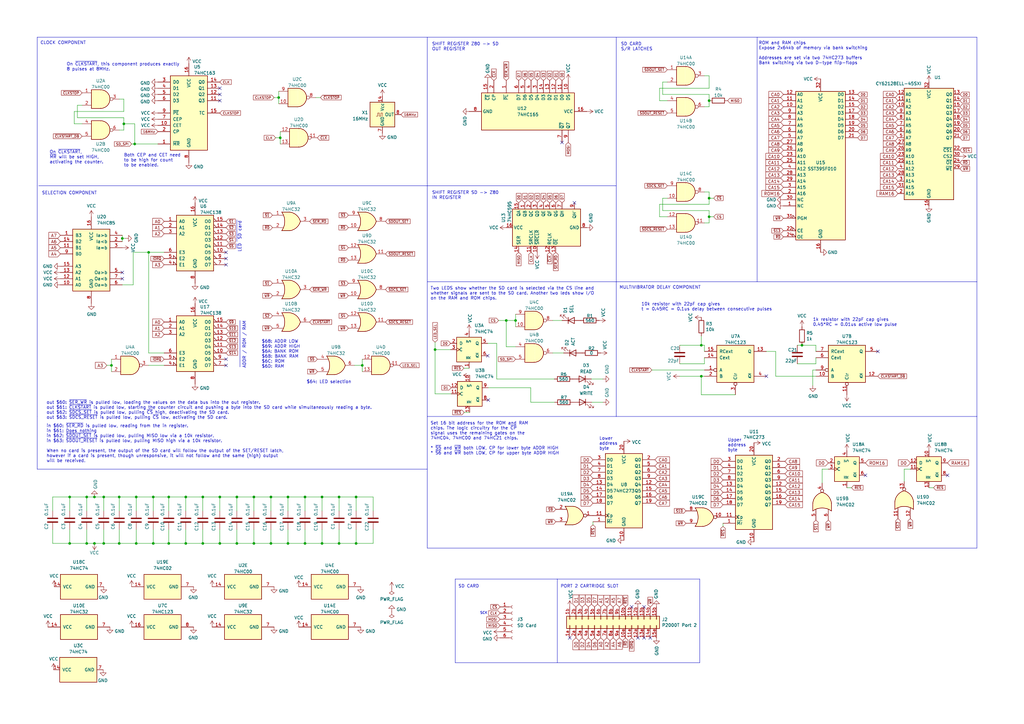
<source format=kicad_sch>
(kicad_sch (version 20230121) (generator eeschema)
  (paper "A3")
  (title_block (title "Philips P2000T SD-CARD SLOT2 cartridge") (date "2024-04-09") (rev "rev4"))
  (lib_symbols
    (symbol "74xx:74HC00" (pin_names (offset 1.016))
      (property "Reference" "U" (at 0 1.27 0))
      (property "Value" "74HC00" (at 0 -1.27 0))
      (symbol "74HC00_1_1"
        (pin input line (at -7.62 2.54 0) (length 3.81) (name "~") (number "1"))
        (pin input line (at -7.62 -2.54 0) (length 3.81) (name "~") (number "2"))
        (pin output inverted (at 7.62 0 180) (length 3.81) (name "~") (number "3"))
      )
      (symbol "74HC00_1_2"
        (pin input inverted (at -7.62 2.54 0) (length 4.318) (name "~") (number "1"))
        (pin input inverted (at -7.62 -2.54 0) (length 4.318) (name "~") (number "2"))
        (pin output line (at 7.62 0 180) (length 3.81) (name "~") (number "3"))
      )
      (symbol "74HC00_2_1"
        (pin input line (at -7.62 2.54 0) (length 3.81) (name "~") (number "4"))
        (pin input line (at -7.62 -2.54 0) (length 3.81) (name "~") (number "5"))
        (pin output inverted (at 7.62 0 180) (length 3.81) (name "~") (number "6"))
      )
      (symbol "74HC00_2_2"
        (pin input inverted (at -7.62 2.54 0) (length 4.318) (name "~") (number "4"))
        (pin input inverted (at -7.62 -2.54 0) (length 4.318) (name "~") (number "5"))
        (pin output line (at 7.62 0 180) (length 3.81) (name "~") (number "6"))
      )
      (symbol "74HC00_3_1"
        (pin input line (at -7.62 -2.54 0) (length 3.81) (name "~") (number "10"))
        (pin output inverted (at 7.62 0 180) (length 3.81) (name "~") (number "8"))
        (pin input line (at -7.62 2.54 0) (length 3.81) (name "~") (number "9"))
      )
      (symbol "74HC00_3_2"
        (pin input inverted (at -7.62 -2.54 0) (length 4.318) (name "~") (number "10"))
        (pin output line (at 7.62 0 180) (length 3.81) (name "~") (number "8"))
        (pin input inverted (at -7.62 2.54 0) (length 4.318) (name "~") (number "9"))
      )
      (symbol "74HC00_4_1"
        (pin output inverted (at 7.62 0 180) (length 3.81) (name "~") (number "11"))
        (pin input line (at -7.62 2.54 0) (length 3.81) (name "~") (number "12"))
        (pin input line (at -7.62 -2.54 0) (length 3.81) (name "~") (number "13"))
      )
      (symbol "74HC00_4_2"
        (pin output line (at 7.62 0 180) (length 3.81) (name "~") (number "11"))
        (pin input inverted (at -7.62 2.54 0) (length 4.318) (name "~") (number "12"))
        (pin input inverted (at -7.62 -2.54 0) (length 4.318) (name "~") (number "13"))
      )
      (symbol "74HC00_5_0"
        (pin power_in line (at 0 12.7 270) (length 5.08) (name "VCC") (number "14"))
        (pin power_in line (at 0 -12.7 90) (length 5.08) (name "GND") (number "7"))
      )
    )
    (symbol "74xx:74HC02" (pin_names (offset 1.016))
      (property "Reference" "U" (at 0 1.27 0))
      (property "Value" "74HC02" (at 0 -1.27 0))
      (symbol "74HC02_1_1"
        (pin output inverted (at 7.62 0 180) (length 3.81) (name "~") (number "1"))
        (pin input line (at -7.62 2.54 0) (length 4.318) (name "~") (number "2"))
        (pin input line (at -7.62 -2.54 0) (length 4.318) (name "~") (number "3"))
      )
      (symbol "74HC02_1_2"
        (pin output line (at 7.62 0 180) (length 3.81) (name "~") (number "1"))
        (pin input inverted (at -7.62 2.54 0) (length 3.81) (name "~") (number "2"))
        (pin input inverted (at -7.62 -2.54 0) (length 3.81) (name "~") (number "3"))
      )
      (symbol "74HC02_2_1"
        (pin output inverted (at 7.62 0 180) (length 3.81) (name "~") (number "4"))
        (pin input line (at -7.62 2.54 0) (length 4.318) (name "~") (number "5"))
        (pin input line (at -7.62 -2.54 0) (length 4.318) (name "~") (number "6"))
      )
      (symbol "74HC02_2_2"
        (pin output line (at 7.62 0 180) (length 3.81) (name "~") (number "4"))
        (pin input inverted (at -7.62 2.54 0) (length 3.81) (name "~") (number "5"))
        (pin input inverted (at -7.62 -2.54 0) (length 3.81) (name "~") (number "6"))
      )
      (symbol "74HC02_3_1"
        (pin output inverted (at 7.62 0 180) (length 3.81) (name "~") (number "10"))
        (pin input line (at -7.62 2.54 0) (length 4.318) (name "~") (number "8"))
        (pin input line (at -7.62 -2.54 0) (length 4.318) (name "~") (number "9"))
      )
      (symbol "74HC02_3_2"
        (pin output line (at 7.62 0 180) (length 3.81) (name "~") (number "10"))
        (pin input inverted (at -7.62 2.54 0) (length 3.81) (name "~") (number "8"))
        (pin input inverted (at -7.62 -2.54 0) (length 3.81) (name "~") (number "9"))
      )
      (symbol "74HC02_4_1"
        (pin input line (at -7.62 2.54 0) (length 4.318) (name "~") (number "11"))
        (pin input line (at -7.62 -2.54 0) (length 4.318) (name "~") (number "12"))
        (pin output inverted (at 7.62 0 180) (length 3.81) (name "~") (number "13"))
      )
      (symbol "74HC02_4_2"
        (pin input inverted (at -7.62 2.54 0) (length 3.81) (name "~") (number "11"))
        (pin input inverted (at -7.62 -2.54 0) (length 3.81) (name "~") (number "12"))
        (pin output line (at 7.62 0 180) (length 3.81) (name "~") (number "13"))
      )
      (symbol "74HC02_5_0"
        (pin power_in line (at 0 12.7 270) (length 5.08) (name "VCC") (number "14"))
        (pin power_in line (at 0 -12.7 90) (length 5.08) (name "GND") (number "7"))
      )
    )
    (symbol "74xx:74HC273"
      (property "Reference" "U" (at -7.62 16.51 0))
      (property "Value" "74HC273" (at -7.62 -16.51 0))
      (symbol "74HC273_1_0"
        (pin input line (at -12.7 -12.7 0) (length 5.08) (name "~{Mr}") (number "1"))
        (pin power_in line (at 0 -20.32 90) (length 5.08) (name "GND") (number "10"))
        (pin input clock (at -12.7 -10.16 0) (length 5.08) (name "Cp") (number "11"))
        (pin output line (at 12.7 2.54 180) (length 5.08) (name "Q4") (number "12"))
        (pin input line (at -12.7 2.54 0) (length 5.08) (name "D4") (number "13"))
        (pin input line (at -12.7 0 0) (length 5.08) (name "D5") (number "14"))
        (pin output line (at 12.7 0 180) (length 5.08) (name "Q5") (number "15"))
        (pin output line (at 12.7 -2.54 180) (length 5.08) (name "Q6") (number "16"))
        (pin input line (at -12.7 -2.54 0) (length 5.08) (name "D6") (number "17"))
        (pin input line (at -12.7 -5.08 0) (length 5.08) (name "D7") (number "18"))
        (pin output line (at 12.7 -5.08 180) (length 5.08) (name "Q7") (number "19"))
        (pin output line (at 12.7 12.7 180) (length 5.08) (name "Q0") (number "2"))
        (pin power_in line (at 0 20.32 270) (length 5.08) (name "VCC") (number "20"))
        (pin input line (at -12.7 12.7 0) (length 5.08) (name "D0") (number "3"))
        (pin input line (at -12.7 10.16 0) (length 5.08) (name "D1") (number "4"))
        (pin output line (at 12.7 10.16 180) (length 5.08) (name "Q1") (number "5"))
        (pin output line (at 12.7 7.62 180) (length 5.08) (name "Q2") (number "6"))
        (pin input line (at -12.7 7.62 0) (length 5.08) (name "D2") (number "7"))
        (pin input line (at -12.7 5.08 0) (length 5.08) (name "D3") (number "8"))
        (pin output line (at 12.7 5.08 180) (length 5.08) (name "Q3") (number "9"))
      )
    )
    (symbol "74xx:74HC74" (pin_names (offset 1.016))
      (property "Reference" "U" (at -7.62 8.89 0))
      (property "Value" "74HC74" (at -7.62 -8.89 0))
      (symbol "74HC74_1_0"
        (pin input line (at 0 -7.62 90) (length 2.54) (name "~{R}") (number "1"))
        (pin input line (at -7.62 2.54 0) (length 2.54) (name "D") (number "2"))
        (pin input clock (at -7.62 0 0) (length 2.54) (name "C") (number "3"))
        (pin input line (at 0 7.62 270) (length 2.54) (name "~{S}") (number "4"))
        (pin output line (at 7.62 2.54 180) (length 2.54) (name "Q") (number "5"))
        (pin output line (at 7.62 -2.54 180) (length 2.54) (name "~{Q}") (number "6"))
      )
      (symbol "74HC74_2_0"
        (pin input line (at 0 7.62 270) (length 2.54) (name "~{S}") (number "10"))
        (pin input clock (at -7.62 0 0) (length 2.54) (name "C") (number "11"))
        (pin input line (at -7.62 2.54 0) (length 2.54) (name "D") (number "12"))
        (pin input line (at 0 -7.62 90) (length 2.54) (name "~{R}") (number "13"))
        (pin output line (at 7.62 -2.54 180) (length 2.54) (name "~{Q}") (number "8"))
        (pin output line (at 7.62 2.54 180) (length 2.54) (name "Q") (number "9"))
      )
      (symbol "74HC74_3_0"
        (pin power_in line (at 0 10.16 270) (length 2.54) (name "VCC") (number "14"))
        (pin power_in line (at 0 -10.16 90) (length 2.54) (name "GND") (number "7"))
      )
    )
    (symbol "74xx:74LS123" (pin_names (offset 1.016))
      (property "Reference" "U" (at -7.62 8.89 0))
      (property "Value" "74LS123" (at -7.62 -8.89 0))
      (symbol "74LS123_1_0"
        (pin input inverted (at -12.7 -2.54 0) (length 5.08) (name "A") (number "1"))
        (pin output line (at 12.7 5.08 180) (length 5.08) (name "Q") (number "13"))
        (pin input line (at -12.7 2.54 0) (length 5.08) (name "Cext") (number "14"))
        (pin input line (at -12.7 5.08 0) (length 5.08) (name "RCext") (number "15"))
        (pin input line (at -12.7 -5.08 0) (length 5.08) (name "B") (number "2"))
        (pin input inverted (at 0 -12.7 90) (length 5.08) (name "Clr") (number "3"))
        (pin output line (at 12.7 -5.08 180) (length 5.08) (name "~{Q}") (number "4"))
      )
      (symbol "74LS123_2_0"
        (pin input line (at -12.7 -5.08 0) (length 5.08) (name "B") (number "10"))
        (pin input inverted (at 0 -12.7 90) (length 5.08) (name "Clr") (number "11"))
        (pin output line (at 12.7 -5.08 180) (length 5.08) (name "~{Q}") (number "12"))
        (pin output line (at 12.7 5.08 180) (length 5.08) (name "Q") (number "5"))
        (pin input line (at -12.7 2.54 0) (length 5.08) (name "Cext") (number "6"))
        (pin input line (at -12.7 5.08 0) (length 5.08) (name "RCext") (number "7"))
        (pin input inverted (at -12.7 -2.54 0) (length 5.08) (name "A") (number "9"))
      )
      (symbol "74LS123_3_0"
        (pin power_in line (at 0 12.7 270) (length 5.08) (name "VCC") (number "16"))
        (pin power_in line (at 0 -12.7 90) (length 5.08) (name "GND") (number "8"))
      )
    )
    (symbol "74xx:74LS138" (pin_names (offset 1.016))
      (property "Reference" "U" (at -7.62 11.43 0))
      (property "Value" "74LS138" (at -7.62 -13.97 0))
      (symbol "74LS138_1_0"
        (pin input line (at -12.7 7.62 0) (length 5.08) (name "A0") (number "1"))
        (pin output output_low (at 12.7 -5.08 180) (length 5.08) (name "O5") (number "10"))
        (pin output output_low (at 12.7 -2.54 180) (length 5.08) (name "O4") (number "11"))
        (pin output output_low (at 12.7 0 180) (length 5.08) (name "O3") (number "12"))
        (pin output output_low (at 12.7 2.54 180) (length 5.08) (name "O2") (number "13"))
        (pin output output_low (at 12.7 5.08 180) (length 5.08) (name "O1") (number "14"))
        (pin output output_low (at 12.7 7.62 180) (length 5.08) (name "O0") (number "15"))
        (pin power_in line (at 0 15.24 270) (length 5.08) (name "VCC") (number "16"))
        (pin input line (at -12.7 5.08 0) (length 5.08) (name "A1") (number "2"))
        (pin input line (at -12.7 2.54 0) (length 5.08) (name "A2") (number "3"))
        (pin input input_low (at -12.7 -10.16 0) (length 5.08) (name "E1") (number "4"))
        (pin input input_low (at -12.7 -7.62 0) (length 5.08) (name "E2") (number "5"))
        (pin input line (at -12.7 -5.08 0) (length 5.08) (name "E3") (number "6"))
        (pin output output_low (at 12.7 -10.16 180) (length 5.08) (name "O7") (number "7"))
        (pin power_in line (at 0 -17.78 90) (length 5.08) (name "GND") (number "8"))
        (pin output output_low (at 12.7 -7.62 180) (length 5.08) (name "O6") (number "9"))
      )
    )
    (symbol "74xx:74LS163" (pin_names (offset 1.016))
      (property "Reference" "U" (at -7.62 16.51 0))
      (property "Value" "74LS163" (at -7.62 -16.51 0))
      (symbol "74LS163_1_0"
        (pin input line (at -12.7 -12.7 0) (length 5.08) (name "~{MR}") (number "1"))
        (pin input line (at -12.7 -5.08 0) (length 5.08) (name "CET") (number "10"))
        (pin output line (at 12.7 5.08 180) (length 5.08) (name "Q3") (number "11"))
        (pin output line (at 12.7 7.62 180) (length 5.08) (name "Q2") (number "12"))
        (pin output line (at 12.7 10.16 180) (length 5.08) (name "Q1") (number "13"))
        (pin output line (at 12.7 12.7 180) (length 5.08) (name "Q0") (number "14"))
        (pin output line (at 12.7 0 180) (length 5.08) (name "TC") (number "15"))
        (pin power_in line (at 0 20.32 270) (length 5.08) (name "VCC") (number "16"))
        (pin input line (at -12.7 -7.62 0) (length 5.08) (name "CP") (number "2"))
        (pin input line (at -12.7 12.7 0) (length 5.08) (name "D0") (number "3"))
        (pin input line (at -12.7 10.16 0) (length 5.08) (name "D1") (number "4"))
        (pin input line (at -12.7 7.62 0) (length 5.08) (name "D2") (number "5"))
        (pin input line (at -12.7 5.08 0) (length 5.08) (name "D3") (number "6"))
        (pin input line (at -12.7 -2.54 0) (length 5.08) (name "CEP") (number "7"))
        (pin power_in line (at 0 -20.32 90) (length 5.08) (name "GND") (number "8"))
        (pin input line (at -12.7 0 0) (length 5.08) (name "~{PE}") (number "9"))
      )
    )
    (symbol "74xx:74LS165"
      (property "Reference" "U" (at -7.62 19.05 0))
      (property "Value" "74LS165" (at -7.62 -21.59 0))
      (symbol "74LS165_1_0"
        (pin input line (at -12.7 -10.16 0) (length 5.08) (name "~{PL}") (number "1"))
        (pin input line (at -12.7 15.24 0) (length 5.08) (name "DS") (number "10"))
        (pin input line (at -12.7 12.7 0) (length 5.08) (name "D0") (number "11"))
        (pin input line (at -12.7 10.16 0) (length 5.08) (name "D1") (number "12"))
        (pin input line (at -12.7 7.62 0) (length 5.08) (name "D2") (number "13"))
        (pin input line (at -12.7 5.08 0) (length 5.08) (name "D3") (number "14"))
        (pin input line (at -12.7 -17.78 0) (length 5.08) (name "~{CE}") (number "15"))
        (pin power_in line (at 0 22.86 270) (length 5.08) (name "VCC") (number "16"))
        (pin input line (at -12.7 -15.24 0) (length 5.08) (name "CP") (number "2"))
        (pin input line (at -12.7 2.54 0) (length 5.08) (name "D4") (number "3"))
        (pin input line (at -12.7 0 0) (length 5.08) (name "D5") (number "4"))
        (pin input line (at -12.7 -2.54 0) (length 5.08) (name "D6") (number "5"))
        (pin input line (at -12.7 -5.08 0) (length 5.08) (name "D7") (number "6"))
        (pin output line (at 12.7 12.7 180) (length 5.08) (name "~{Q7}") (number "7"))
        (pin power_in line (at 0 -25.4 90) (length 5.08) (name "GND") (number "8"))
        (pin output line (at 12.7 15.24 180) (length 5.08) (name "Q7") (number "9"))
      )
    )
    (symbol "74xx:74LS32" (pin_names (offset 1.016))
      (property "Reference" "U" (at 0 1.27 0))
      (property "Value" "74LS32" (at 0 -1.27 0))
      (symbol "74LS32_1_1"
        (pin input line (at -7.62 2.54 0) (length 4.318) (name "~") (number "1"))
        (pin input line (at -7.62 -2.54 0) (length 4.318) (name "~") (number "2"))
        (pin output line (at 7.62 0 180) (length 3.81) (name "~") (number "3"))
      )
      (symbol "74LS32_1_2"
        (pin input inverted (at -7.62 2.54 0) (length 3.81) (name "~") (number "1"))
        (pin input inverted (at -7.62 -2.54 0) (length 3.81) (name "~") (number "2"))
        (pin output inverted (at 7.62 0 180) (length 3.81) (name "~") (number "3"))
      )
      (symbol "74LS32_2_1"
        (pin input line (at -7.62 2.54 0) (length 4.318) (name "~") (number "4"))
        (pin input line (at -7.62 -2.54 0) (length 4.318) (name "~") (number "5"))
        (pin output line (at 7.62 0 180) (length 3.81) (name "~") (number "6"))
      )
      (symbol "74LS32_2_2"
        (pin input inverted (at -7.62 2.54 0) (length 3.81) (name "~") (number "4"))
        (pin input inverted (at -7.62 -2.54 0) (length 3.81) (name "~") (number "5"))
        (pin output inverted (at 7.62 0 180) (length 3.81) (name "~") (number "6"))
      )
      (symbol "74LS32_3_1"
        (pin input line (at -7.62 -2.54 0) (length 4.318) (name "~") (number "10"))
        (pin output line (at 7.62 0 180) (length 3.81) (name "~") (number "8"))
        (pin input line (at -7.62 2.54 0) (length 4.318) (name "~") (number "9"))
      )
      (symbol "74LS32_3_2"
        (pin input inverted (at -7.62 -2.54 0) (length 3.81) (name "~") (number "10"))
        (pin output inverted (at 7.62 0 180) (length 3.81) (name "~") (number "8"))
        (pin input inverted (at -7.62 2.54 0) (length 3.81) (name "~") (number "9"))
      )
      (symbol "74LS32_4_1"
        (pin output line (at 7.62 0 180) (length 3.81) (name "~") (number "11"))
        (pin input line (at -7.62 2.54 0) (length 4.318) (name "~") (number "12"))
        (pin input line (at -7.62 -2.54 0) (length 4.318) (name "~") (number "13"))
      )
      (symbol "74LS32_4_2"
        (pin output inverted (at 7.62 0 180) (length 3.81) (name "~") (number "11"))
        (pin input inverted (at -7.62 2.54 0) (length 3.81) (name "~") (number "12"))
        (pin input inverted (at -7.62 -2.54 0) (length 3.81) (name "~") (number "13"))
      )
      (symbol "74LS32_5_0"
        (pin power_in line (at 0 12.7 270) (length 5.08) (name "VCC") (number "14"))
        (pin power_in line (at 0 -12.7 90) (length 5.08) (name "GND") (number "7"))
      )
    )
    (symbol "74xx:74LS595"
      (property "Reference" "U" (at -7.62 13.97 0))
      (property "Value" "74LS595" (at -7.62 -16.51 0))
      (symbol "74LS595_1_0"
        (pin tri_state line (at 10.16 7.62 180) (length 2.54) (name "QB") (number "1"))
        (pin input line (at -10.16 2.54 0) (length 2.54) (name "~{SRCLR}") (number "10"))
        (pin input line (at -10.16 5.08 0) (length 2.54) (name "SRCLK") (number "11"))
        (pin input line (at -10.16 -2.54 0) (length 2.54) (name "RCLK") (number "12"))
        (pin input line (at -10.16 -5.08 0) (length 2.54) (name "~{OE}") (number "13"))
        (pin input line (at -10.16 10.16 0) (length 2.54) (name "SER") (number "14"))
        (pin tri_state line (at 10.16 10.16 180) (length 2.54) (name "QA") (number "15"))
        (pin power_in line (at 0 15.24 270) (length 2.54) (name "VCC") (number "16"))
        (pin tri_state line (at 10.16 5.08 180) (length 2.54) (name "QC") (number "2"))
        (pin tri_state line (at 10.16 2.54 180) (length 2.54) (name "QD") (number "3"))
        (pin tri_state line (at 10.16 0 180) (length 2.54) (name "QE") (number "4"))
        (pin tri_state line (at 10.16 -2.54 180) (length 2.54) (name "QF") (number "5"))
        (pin tri_state line (at 10.16 -5.08 180) (length 2.54) (name "QG") (number "6"))
        (pin tri_state line (at 10.16 -7.62 180) (length 2.54) (name "QH") (number "7"))
        (pin power_in line (at 0 -17.78 90) (length 2.54) (name "GND") (number "8"))
        (pin output line (at 10.16 -12.7 180) (length 2.54) (name "QH'") (number "9"))
      )
    )
    (symbol "74xx:74LS85" (pin_names (offset 1.016))
      (property "Reference" "U" (at -7.62 13.97 0))
      (property "Value" "74LS85" (at -7.62 -13.97 0))
      (symbol "74LS85_1_0"
        (pin input line (at -12.7 10.16 0) (length 5.08) (name "B3") (number "1"))
        (pin input line (at -12.7 -10.16 0) (length 5.08) (name "A0") (number "10"))
        (pin input line (at -12.7 5.08 0) (length 5.08) (name "B1") (number "11"))
        (pin input line (at -12.7 -7.62 0) (length 5.08) (name "A1") (number "12"))
        (pin input line (at -12.7 -5.08 0) (length 5.08) (name "A2") (number "13"))
        (pin input line (at -12.7 7.62 0) (length 5.08) (name "B2") (number "14"))
        (pin input line (at -12.7 -2.54 0) (length 5.08) (name "A3") (number "15"))
        (pin power_in line (at 0 17.78 270) (length 5.08) (name "VCC") (number "16"))
        (pin input line (at 12.7 7.62 180) (length 5.08) (name "Ia<b") (number "2"))
        (pin input line (at 12.7 5.08 180) (length 5.08) (name "Ia=b") (number "3"))
        (pin input line (at 12.7 10.16 180) (length 5.08) (name "Ia>b") (number "4"))
        (pin output line (at 12.7 -5.08 180) (length 5.08) (name "Oa>b") (number "5"))
        (pin output line (at 12.7 -10.16 180) (length 5.08) (name "Oa=b") (number "6"))
        (pin output line (at 12.7 -7.62 180) (length 5.08) (name "Oa<b") (number "7"))
        (pin power_in line (at 0 -17.78 90) (length 5.08) (name "GND") (number "8"))
        (pin input line (at -12.7 2.54 0) (length 5.08) (name "B0") (number "9"))
      )
    )
    (symbol "Connector:Conn_01x06_Socket" (pin_names (offset 1.016) hide)
      (property "Reference" "J" (at 0 7.62 0))
      (property "Value" "Conn_01x06_Socket" (at 0 -10.16 0))
      (symbol "Conn_01x06_Socket_1_1"
        (pin passive line (at -5.08 5.08 0) (length 3.81) (name "Pin_1") (number "1"))
        (pin passive line (at -5.08 2.54 0) (length 3.81) (name "Pin_2") (number "2"))
        (pin passive line (at -5.08 0 0) (length 3.81) (name "Pin_3") (number "3"))
        (pin passive line (at -5.08 -2.54 0) (length 3.81) (name "Pin_4") (number "4"))
        (pin passive line (at -5.08 -5.08 0) (length 3.81) (name "Pin_5") (number "5"))
        (pin passive line (at -5.08 -7.62 0) (length 3.81) (name "Pin_6") (number "6"))
      )
    )
    (symbol "Connector_Generic:Conn_02x15_Row_Letter_Last" (pin_names (offset 1.016) hide)
      (property "Reference" "J" (at 1.27 20.32 0))
      (property "Value" "Conn_02x15_Row_Letter_Last" (at 1.27 -20.32 0))
      (symbol "Conn_02x15_Row_Letter_Last_1_1"
        (pin passive line (at -5.08 -5.08 0) (length 3.81) (name "Pin_10a") (number "10a"))
        (pin passive line (at 7.62 -5.08 180) (length 3.81) (name "Pin_10b") (number "10b"))
        (pin passive line (at -5.08 -7.62 0) (length 3.81) (name "Pin_11a") (number "11a"))
        (pin passive line (at 7.62 -7.62 180) (length 3.81) (name "Pin_11b") (number "11b"))
        (pin passive line (at -5.08 -10.16 0) (length 3.81) (name "Pin_12a") (number "12a"))
        (pin passive line (at 7.62 -10.16 180) (length 3.81) (name "Pin_12b") (number "12b"))
        (pin passive line (at -5.08 -12.7 0) (length 3.81) (name "Pin_13a") (number "13a"))
        (pin passive line (at 7.62 -12.7 180) (length 3.81) (name "Pin_13b") (number "13b"))
        (pin passive line (at -5.08 -15.24 0) (length 3.81) (name "Pin_14a") (number "14a"))
        (pin passive line (at 7.62 -15.24 180) (length 3.81) (name "Pin_14b") (number "14b"))
        (pin passive line (at -5.08 -17.78 0) (length 3.81) (name "Pin_15a") (number "15a"))
        (pin passive line (at 7.62 -17.78 180) (length 3.81) (name "Pin_15b") (number "15b"))
        (pin passive line (at -5.08 17.78 0) (length 3.81) (name "Pin_1a") (number "1a"))
        (pin passive line (at 7.62 17.78 180) (length 3.81) (name "Pin_1b") (number "1b"))
        (pin passive line (at -5.08 15.24 0) (length 3.81) (name "Pin_2a") (number "2a"))
        (pin passive line (at 7.62 15.24 180) (length 3.81) (name "Pin_2b") (number "2b"))
        (pin passive line (at -5.08 12.7 0) (length 3.81) (name "Pin_3a") (number "3a"))
        (pin passive line (at 7.62 12.7 180) (length 3.81) (name "Pin_3b") (number "3b"))
        (pin passive line (at -5.08 10.16 0) (length 3.81) (name "Pin_4a") (number "4a"))
        (pin passive line (at 7.62 10.16 180) (length 3.81) (name "Pin_4b") (number "4b"))
        (pin passive line (at -5.08 7.62 0) (length 3.81) (name "Pin_5a") (number "5a"))
        (pin passive line (at 7.62 7.62 180) (length 3.81) (name "Pin_5b") (number "5b"))
        (pin passive line (at -5.08 5.08 0) (length 3.81) (name "Pin_6a") (number "6a"))
        (pin passive line (at 7.62 5.08 180) (length 3.81) (name "Pin_6b") (number "6b"))
        (pin passive line (at -5.08 2.54 0) (length 3.81) (name "Pin_7a") (number "7a"))
        (pin passive line (at 7.62 2.54 180) (length 3.81) (name "Pin_7b") (number "7b"))
        (pin passive line (at -5.08 0 0) (length 3.81) (name "Pin_8a") (number "8a"))
        (pin passive line (at 7.62 0 180) (length 3.81) (name "Pin_8b") (number "8b"))
        (pin passive line (at -5.08 -2.54 0) (length 3.81) (name "Pin_9a") (number "9a"))
        (pin passive line (at 7.62 -2.54 180) (length 3.81) (name "Pin_9b") (number "9b"))
      )
    )
    (symbol "Device:C" (pin_numbers hide) (pin_names (offset 0.254))
      (property "Reference" "C" (at 0.635 2.54 0))
      (property "Value" "C" (at 0.635 -2.54 0))
      (symbol "C_1_1"
        (pin passive line (at 0 3.81 270) (length 2.794) (name "~") (number "1"))
        (pin passive line (at 0 -3.81 90) (length 2.794) (name "~") (number "2"))
      )
    )
    (symbol "Device:LED" (pin_numbers hide) (pin_names (offset 1.016) hide)
      (property "Reference" "D" (at 0 2.54 0))
      (property "Value" "LED" (at 0 -2.54 0))
      (symbol "LED_1_1"
        (pin passive line (at -3.81 0 0) (length 2.54) (name "K") (number "1"))
        (pin passive line (at 3.81 0 180) (length 2.54) (name "A") (number "2"))
      )
    )
    (symbol "Device:R" (pin_numbers hide) (pin_names (offset 0))
      (property "Reference" "R" (at 2.032 0 90))
      (property "Value" "R" (at 0 0 90))
      (symbol "R_1_1"
        (pin passive line (at 0 3.81 270) (length 1.27) (name "~") (number "1"))
        (pin passive line (at 0 -3.81 90) (length 1.27) (name "~") (number "2"))
      )
    )
    (symbol "Memory_Flash:SST39SF010"
      (property "Reference" "U" (at 2.54 33.02 0))
      (property "Value" "SST39SF010" (at 0 -30.48 0))
      (symbol "SST39SF010_0_0"
        (pin power_in line (at 0 -34.29 90) (length 5.08) (name "GND") (number "16"))
        (pin power_in line (at 0 36.83 270) (length 5.08) (name "VCC") (number "32"))
      )
      (symbol "SST39SF010_1_1"
        (pin input line (at -15.24 -15.24 0) (length 5.08) (name "NC") (number "1"))
        (pin input line (at -15.24 25.4 0) (length 5.08) (name "A2") (number "10"))
        (pin input line (at -15.24 27.94 0) (length 5.08) (name "A1") (number "11"))
        (pin input line (at -15.24 30.48 0) (length 5.08) (name "A0") (number "12"))
        (pin tri_state line (at 15.24 30.48 180) (length 5.08) (name "D0") (number "13"))
        (pin tri_state line (at 15.24 27.94 180) (length 5.08) (name "D1") (number "14"))
        (pin tri_state line (at 15.24 25.4 180) (length 5.08) (name "D2") (number "15"))
        (pin tri_state line (at 15.24 22.86 180) (length 5.08) (name "D3") (number "17"))
        (pin tri_state line (at 15.24 20.32 180) (length 5.08) (name "D4") (number "18"))
        (pin tri_state line (at 15.24 17.78 180) (length 5.08) (name "D5") (number "19"))
        (pin input line (at -15.24 -10.16 0) (length 5.08) (name "A16") (number "2"))
        (pin tri_state line (at 15.24 15.24 180) (length 5.08) (name "D6") (number "20"))
        (pin tri_state line (at 15.24 12.7 180) (length 5.08) (name "D7") (number "21"))
        (pin input input_low (at -15.24 -25.4 0) (length 5.08) (name "CE") (number "22"))
        (pin input line (at -15.24 5.08 0) (length 5.08) (name "A10") (number "23"))
        (pin input input_low (at -15.24 -27.94 0) (length 5.08) (name "OE") (number "24"))
        (pin input line (at -15.24 2.54 0) (length 5.08) (name "A11") (number "25"))
        (pin input line (at -15.24 7.62 0) (length 5.08) (name "A9") (number "26"))
        (pin input line (at -15.24 10.16 0) (length 5.08) (name "A8") (number "27"))
        (pin input line (at -15.24 -2.54 0) (length 5.08) (name "A13") (number "28"))
        (pin input line (at -15.24 -5.08 0) (length 5.08) (name "A14") (number "29"))
        (pin input line (at -15.24 -7.62 0) (length 5.08) (name "A15") (number "3"))
        (pin input line (at -15.24 -12.7 0) (length 5.08) (name "NC") (number "30"))
        (pin input input_low (at -15.24 -20.32 0) (length 5.08) (name "PGM") (number "31"))
        (pin input line (at -15.24 0 0) (length 5.08) (name "A12") (number "4"))
        (pin input line (at -15.24 12.7 0) (length 5.08) (name "A7") (number "5"))
        (pin input line (at -15.24 15.24 0) (length 5.08) (name "A6") (number "6"))
        (pin input line (at -15.24 17.78 0) (length 5.08) (name "A5") (number "7"))
        (pin input line (at -15.24 20.32 0) (length 5.08) (name "A4") (number "8"))
        (pin input line (at -15.24 22.86 0) (length 5.08) (name "A3") (number "9"))
      )
    )
    (symbol "Memory_RAM:628128_DIP32_SSOP32"
      (property "Reference" "U" (at -10.16 23.495 0))
      (property "Value" "628128_DIP32_SSOP32" (at 2.54 23.495 0))
      (symbol "628128_DIP32_SSOP32_0_0"
        (pin power_in line (at 0 -25.4 90) (length 2.54) (name "GND") (number "16"))
        (pin power_in line (at 0 25.4 270) (length 2.54) (name "VCC") (number "32"))
      )
      (symbol "628128_DIP32_SSOP32_1_1"
        (pin no_connect line (at 10.16 -20.32 180) (length 2.54) hide (name "NC") (number "1"))
        (pin input line (at -12.7 15.24 0) (length 2.54) (name "A2") (number "10"))
        (pin input line (at -12.7 17.78 0) (length 2.54) (name "A1") (number "11"))
        (pin input line (at -12.7 20.32 0) (length 2.54) (name "A0") (number "12"))
        (pin tri_state line (at 12.7 20.32 180) (length 2.54) (name "Q0") (number "13"))
        (pin tri_state line (at 12.7 17.78 180) (length 2.54) (name "Q1") (number "14"))
        (pin tri_state line (at 12.7 15.24 180) (length 2.54) (name "Q2") (number "15"))
        (pin tri_state line (at 12.7 12.7 180) (length 2.54) (name "Q3") (number "17"))
        (pin tri_state line (at 12.7 10.16 180) (length 2.54) (name "Q4") (number "18"))
        (pin tri_state line (at 12.7 7.62 180) (length 2.54) (name "Q5") (number "19"))
        (pin input line (at -12.7 -20.32 0) (length 2.54) (name "A16") (number "2"))
        (pin tri_state line (at 12.7 5.08 180) (length 2.54) (name "Q6") (number "20"))
        (pin tri_state line (at 12.7 2.54 180) (length 2.54) (name "Q7") (number "21"))
        (pin input line (at 12.7 -2.54 180) (length 2.54) (name "~{CS1}") (number "22"))
        (pin input line (at -12.7 -5.08 0) (length 2.54) (name "A10") (number "23"))
        (pin input line (at 12.7 -7.62 180) (length 2.54) (name "~{OE}") (number "24"))
        (pin input line (at -12.7 -7.62 0) (length 2.54) (name "A11") (number "25"))
        (pin input line (at -12.7 -2.54 0) (length 2.54) (name "A9") (number "26"))
        (pin input line (at -12.7 0 0) (length 2.54) (name "A8") (number "27"))
        (pin input line (at -12.7 -12.7 0) (length 2.54) (name "A13") (number "28"))
        (pin input line (at 12.7 -10.16 180) (length 2.54) (name "~{WE}") (number "29"))
        (pin input line (at -12.7 -15.24 0) (length 2.54) (name "A14") (number "3"))
        (pin input line (at 12.7 -5.08 180) (length 2.54) (name "CS2") (number "30"))
        (pin input line (at -12.7 -17.78 0) (length 2.54) (name "A15") (number "31"))
        (pin input line (at -12.7 -10.16 0) (length 2.54) (name "A12") (number "4"))
        (pin input line (at -12.7 2.54 0) (length 2.54) (name "A7") (number "5"))
        (pin input line (at -12.7 5.08 0) (length 2.54) (name "A6") (number "6"))
        (pin input line (at -12.7 7.62 0) (length 2.54) (name "A5") (number "7"))
        (pin input line (at -12.7 10.16 0) (length 2.54) (name "A4") (number "8"))
        (pin input line (at -12.7 12.7 0) (length 2.54) (name "A3") (number "9"))
      )
    )
    (symbol "Oscillator:TCXO-14" (pin_names (offset 0.254))
      (property "Reference" "X" (at -5.08 6.35 0))
      (property "Value" "TCXO-14" (at 1.27 -6.35 0))
      (symbol "TCXO-14_1_1"
        (pin no_connect line (at -5.08 2.54 0) (length 2.54) hide (name "NC") (number "1"))
        (pin power_in line (at 0 7.62 270) (length 2.54) (name "Vcc") (number "14"))
        (pin power_in line (at 0 -7.62 90) (length 2.54) (name "GND") (number "7"))
        (pin output line (at 7.62 0 180) (length 2.54) (name "OUT") (number "8"))
      )
    )
    (symbol "power:GND" (power) (pin_names (offset 0))
      (property "Value" "GND" (at 0 -3.81 0))
      (symbol "GND_1_1"
        (pin power_in line (at 0 0 270) (length 0) hide (name "GND") (number "1"))
      )
    )
    (symbol "power:PWR_FLAG" (power) (pin_numbers hide) (pin_names (offset 0) hide)
      (property "Value" "PWR_FLAG" (at 0 3.81 0))
      (symbol "PWR_FLAG_0_0"
        (pin power_out line (at 0 0 90) (length 0) (name "pwr") (number "1"))
      )
    )
    (symbol "power:VCC" (power) (pin_names (offset 0))
      (property "Value" "VCC" (at 0 3.81 0))
      (symbol "VCC_1_1"
        (pin power_in line (at 0 0 90) (length 0) hide (name "VCC") (number "1"))
      )
    )
  )
  (junction (at 48.895 203.835))
  (junction (at 48.895 222.885))
  (junction (at 55.245 59.055))
  (junction (at 287.655 141.605))
  (junction (at 90.17 222.885))
  (junction (at 60.96 103.505))
  (junction (at 290.83 88.9))
  (junction (at 290.83 81.28))
  (junction (at 104.14 222.885))
  (junction (at 62.865 222.885))
  (junction (at 76.2 203.835))
  (junction (at 38.735 222.885))
  (junction (at 125.095 222.885))
  (junction (at 97.155 203.835))
  (junction (at 207.645 131.445))
  (junction (at 38.735 203.835))
  (junction (at 42.545 203.835))
  (junction (at 118.11 203.835))
  (junction (at 50.8 50.8))
  (junction (at 132.08 222.885))
  (junction (at 55.88 203.835))
  (junction (at 76.2 222.885))
  (junction (at 69.215 222.885))
  (junction (at 139.065 222.885))
  (junction (at 146.05 203.835))
  (junction (at 50.165 97.79))
  (junction (at 125.095 203.835))
  (junction (at 42.545 222.885))
  (junction (at 118.11 222.885))
  (junction (at 139.065 203.835))
  (junction (at 28.575 222.885))
  (junction (at 104.14 203.835))
  (junction (at 132.08 203.835))
  (junction (at 178.435 143.383))
  (junction (at 114.935 56.515))
  (junction (at 111.125 222.885))
  (junction (at 28.575 203.835))
  (junction (at 69.215 203.835))
  (junction (at 287.655 154.305))
  (junction (at 83.185 222.885))
  (junction (at 97.155 222.885))
  (junction (at 114.3 40.005))
  (junction (at 83.185 203.835))
  (junction (at 290.83 41.275))
  (junction (at 35.56 203.835))
  (junction (at 55.88 222.885))
  (junction (at 62.865 203.835))
  (junction (at 211.455 131.445))
  (junction (at 111.125 203.835))
  (junction (at 45.72 149.86))
  (junction (at 35.56 222.885))
  (junction (at 148.59 149.86))
  (junction (at 90.17 203.835))
  (junction (at 146.05 222.885))
  (junction (at 328.93 141.605))
  (no_connect (at 264.16 261.62))
  (no_connect (at 90.17 36.195))
  (no_connect (at 388.62 194.945))
  (no_connect (at 200.279 164.084))
  (no_connect (at 230.505 58.42))
  (no_connect (at 266.7 261.62))
  (no_connect (at 264.16 248.92))
  (no_connect (at 92.71 103.505))
  (no_connect (at 259.08 248.92))
  (no_connect (at 92.71 108.585))
  (no_connect (at 233.68 261.62))
  (no_connect (at 92.71 147.32))
  (no_connect (at 314.325 154.305))
  (no_connect (at 235.585 83.185))
  (no_connect (at 200.025 145.923))
  (no_connect (at 92.71 106.045))
  (no_connect (at 92.71 149.86))
  (no_connect (at 50.165 111.76))
  (no_connect (at 50.165 114.3))
  (no_connect (at 90.17 41.275))
  (no_connect (at 354.965 194.945))
  (no_connect (at 261.62 261.62))
  (no_connect (at 90.17 38.735))
  (no_connect (at 360.045 144.145))
  (wire (pts (xy 42.545 222.885) (xy 38.735 222.885)))
  (polyline (pts (xy 228.6 237.49) (xy 228.6 271.78)))
  (wire (pts (xy 287.655 137.795) (xy 287.655 141.605)))
  (wire (pts (xy 114.3 40.005) (xy 114.3 37.465)))
  (polyline (pts (xy 15.875 76.2) (xy 175.26 76.2)))
  (wire (pts (xy 55.88 217.17) (xy 55.88 222.885)))
  (wire (pts (xy 104.14 217.17) (xy 104.14 222.885)))
  (wire (pts (xy 129.54 40.005) (xy 131.445 40.005)))
  (wire (pts (xy 111.125 203.835) (xy 111.125 209.55)))
  (wire (pts (xy 118.11 203.835) (xy 125.095 203.835)))
  (wire (pts (xy 139.065 222.885) (xy 146.05 222.885)))
  (wire (pts (xy 118.11 217.17) (xy 118.11 222.885)))
  (wire (pts (xy 50.8 45.72) (xy 30.48 45.72)))
  (wire (pts (xy 76.2 203.835) (xy 83.185 203.835)))
  (wire (pts (xy 45.72 149.86) (xy 45.72 147.32)))
  (wire (pts (xy 90.17 222.885) (xy 83.185 222.885)))
  (wire (pts (xy 211.455 131.445) (xy 211.455 133.985)))
  (wire (pts (xy 271.78 81.28) (xy 273.685 81.28)))
  (wire (pts (xy 290.83 43.815) (xy 290.83 41.275)))
  (wire (pts (xy 211.455 128.905) (xy 211.455 131.445)))
  (wire (pts (xy 97.155 203.835) (xy 97.155 209.55)))
  (wire (pts (xy 146.05 203.835) (xy 153.035 203.835)))
  (polyline (pts (xy 400.685 170.815) (xy 400.685 115.57)))
  (wire (pts (xy 278.765 154.305) (xy 287.655 154.305)))
  (polyline (pts (xy 97.155 90.17) (xy 97.155 99.06)))
  (wire (pts (xy 288.925 31.115) (xy 290.83 31.115)))
  (wire (pts (xy 50.8 53.34) (xy 50.8 50.8)))
  (polyline (pts (xy 186.69 271.78) (xy 186.69 237.49)))
  (wire (pts (xy 217.678 164.973) (xy 227.457 164.973)))
  (wire (pts (xy 132.08 217.17) (xy 132.08 222.885)))
  (wire (pts (xy 30.48 45.72) (xy 30.48 50.8)))
  (wire (pts (xy 153.035 217.17) (xy 153.035 222.885)))
  (wire (pts (xy 28.575 209.55) (xy 28.575 203.835)))
  (wire (pts (xy 60.96 149.86) (xy 67.31 149.86)))
  (wire (pts (xy 290.83 81.28) (xy 290.83 83.82)))
  (wire (pts (xy 97.155 222.885) (xy 90.17 222.885)))
  (wire (pts (xy 271.78 38.735) (xy 271.78 33.655)))
  (wire (pts (xy 217.678 159.004) (xy 217.678 164.973)))
  (wire (pts (xy 83.185 222.885) (xy 76.2 222.885)))
  (wire (pts (xy 270.51 88.9) (xy 273.685 88.9)))
  (wire (pts (xy 139.065 217.17) (xy 139.065 222.885)))
  (wire (pts (xy 97.155 203.835) (xy 104.14 203.835)))
  (polyline (pts (xy 252.73 15.24) (xy 252.73 76.2)))
  (polyline (pts (xy 228.6 271.78) (xy 287.02 271.78)))
  (polyline (pts (xy 310.515 15.24) (xy 400.685 15.24)))
  (wire (pts (xy 290.83 91.44) (xy 290.83 88.9)))
  (wire (pts (xy 337.185 192.405) (xy 337.185 198.12)))
  (polyline (pts (xy 15.24 170.815) (xy 15.24 192.405)))
  (wire (pts (xy 50.8 50.8) (xy 55.245 50.8)))
  (wire (pts (xy 132.08 203.835) (xy 139.065 203.835)))
  (wire (pts (xy 290.83 83.82) (xy 270.51 83.82)))
  (wire (pts (xy 48.895 53.34) (xy 50.8 53.34)))
  (polyline (pts (xy 252.73 170.815) (xy 252.73 115.57)))
  (wire (pts (xy 76.2 217.17) (xy 76.2 222.885)))
  (wire (pts (xy 111.125 203.835) (xy 118.11 203.835)))
  (wire (pts (xy 146.05 217.17) (xy 146.05 222.885)))
  (wire (pts (xy 69.215 222.885) (xy 62.865 222.885)))
  (wire (pts (xy 278.765 149.225) (xy 288.925 149.225)))
  (wire (pts (xy 271.78 86.36) (xy 271.78 81.28)))
  (wire (pts (xy 153.035 203.835) (xy 153.035 209.55)))
  (wire (pts (xy 290.83 88.9) (xy 290.83 86.36)))
  (wire (pts (xy 242.697 164.973) (xy 247.269 164.973)))
  (wire (pts (xy 125.095 222.885) (xy 132.08 222.885)))
  (wire (pts (xy 60.96 103.505) (xy 60.96 144.78)))
  (polyline (pts (xy 400.685 224.79) (xy 400.685 170.815)))
  (wire (pts (xy 381 200.025) (xy 382.905 200.025)))
  (wire (pts (xy 55.88 203.835) (xy 55.88 209.55)))
  (wire (pts (xy 50.165 97.79) (xy 50.165 99.06)))
  (wire (pts (xy 207.645 131.445) (xy 207.645 142.24)))
  (wire (pts (xy 111.125 217.17) (xy 111.125 222.885)))
  (polyline (pts (xy 400.685 115.57) (xy 310.515 115.57)))
  (wire (pts (xy 48.895 222.885) (xy 42.545 222.885)))
  (wire (pts (xy 35.56 209.55) (xy 35.56 203.835)))
  (polyline (pts (xy 252.73 170.815) (xy 400.685 170.815)))
  (polyline (pts (xy 228.6 271.78) (xy 186.69 271.78)))
  (wire (pts (xy 69.215 203.835) (xy 76.2 203.835)))
  (wire (pts (xy 90.17 217.17) (xy 90.17 222.885)))
  (wire (pts (xy 90.17 203.835) (xy 97.155 203.835)))
  (wire (pts (xy 104.14 203.835) (xy 111.125 203.835)))
  (wire (pts (xy 62.865 217.17) (xy 62.865 222.885)))
  (wire (pts (xy 148.59 149.86) (xy 148.59 147.32)))
  (wire (pts (xy 114.935 53.975) (xy 114.935 56.515)))
  (wire (pts (xy 178.435 161.544) (xy 185.039 161.544)))
  (wire (pts (xy 113.03 56.515) (xy 114.935 56.515)))
  (wire (pts (xy 55.88 222.885) (xy 48.895 222.885)))
  (polyline (pts (xy 175.26 192.405) (xy 175.26 170.815)))
  (wire (pts (xy 290.83 31.115) (xy 290.83 36.195)))
  (wire (pts (xy 203.708 155.448) (xy 203.708 140.843)))
  (wire (pts (xy 35.56 222.885) (xy 35.56 217.17)))
  (wire (pts (xy 270.51 36.195) (xy 270.51 41.275)))
  (wire (pts (xy 30.48 50.8) (xy 33.655 50.8)))
  (wire (pts (xy 104.14 222.885) (xy 111.125 222.885)))
  (wire (pts (xy 42.545 222.885) (xy 42.545 217.17)))
  (wire (pts (xy 76.2 222.885) (xy 69.215 222.885)))
  (wire (pts (xy 287.655 161.925) (xy 301.625 161.925)))
  (wire (pts (xy 288.925 78.74) (xy 290.83 78.74)))
  (wire (pts (xy 83.185 203.835) (xy 83.185 209.55)))
  (wire (pts (xy 55.245 50.8) (xy 55.245 59.055)))
  (wire (pts (xy 48.895 222.885) (xy 48.895 217.17)))
  (wire (pts (xy 148.59 149.86) (xy 148.59 152.4)))
  (wire (pts (xy 288.925 43.815) (xy 290.83 43.815)))
  (polyline (pts (xy 310.515 115.57) (xy 310.515 15.24)))
  (wire (pts (xy 146.05 222.885) (xy 153.035 222.885)))
  (wire (pts (xy 104.14 203.835) (xy 104.14 209.55)))
  (wire (pts (xy 35.56 222.885) (xy 28.575 222.885)))
  (polyline (pts (xy 252.73 115.57) (xy 175.26 115.57)))
  (wire (pts (xy 54.61 116.84) (xy 54.61 103.505)))
  (wire (pts (xy 190.373 169.164) (xy 192.659 169.164)))
  (wire (pts (xy 328.93 141.605) (xy 327.025 141.605)))
  (wire (pts (xy 334.645 144.145) (xy 334.645 141.605)))
  (wire (pts (xy 318.135 154.305) (xy 318.135 144.145)))
  (wire (pts (xy 178.435 143.383) (xy 178.435 161.544)))
  (wire (pts (xy 287.655 154.305) (xy 287.655 161.925)))
  (wire (pts (xy 287.655 154.305) (xy 288.925 154.305)))
  (wire (pts (xy 178.435 140.335) (xy 178.435 143.383)))
  (polyline (pts (xy 400.685 15.24) (xy 400.685 115.57)))
  (wire (pts (xy 278.765 141.605) (xy 287.655 141.605)))
  (wire (pts (xy 290.83 41.275) (xy 290.83 38.735)))
  (polyline (pts (xy 252.73 76.2) (xy 175.26 76.2)))
  (wire (pts (xy 21.59 203.835) (xy 28.575 203.835)))
  (wire (pts (xy 270.51 83.82) (xy 270.51 88.9)))
  (wire (pts (xy 76.2 203.835) (xy 76.2 209.55)))
  (wire (pts (xy 334.645 149.225) (xy 334.645 146.685)))
  (wire (pts (xy 226.695 144.78) (xy 231.14 144.78)))
  (wire (pts (xy 227.33 155.448) (xy 203.708 155.448)))
  (wire (pts (xy 288.925 91.44) (xy 290.83 91.44)))
  (wire (pts (xy 190.246 151.003) (xy 192.405 151.003)))
  (wire (pts (xy 42.545 209.55) (xy 42.545 203.835)))
  (wire (pts (xy 243.205 213.995) (xy 243.205 215.265)))
  (wire (pts (xy 318.135 154.305) (xy 334.645 154.305)))
  (wire (pts (xy 50.8 40.64) (xy 50.8 45.72)))
  (wire (pts (xy 267.335 151.765) (xy 288.925 151.765)))
  (wire (pts (xy 203.708 140.843) (xy 200.025 140.843)))
  (wire (pts (xy 50.165 116.84) (xy 54.61 116.84)))
  (polyline (pts (xy 15.24 76.2) (xy 15.24 170.815)))
  (wire (pts (xy 139.065 203.835) (xy 146.05 203.835)))
  (wire (pts (xy 290.83 88.9) (xy 292.735 88.9)))
  (wire (pts (xy 50.8 50.8) (xy 50.8 48.26)))
  (wire (pts (xy 145.415 149.86) (xy 148.59 149.86)))
  (wire (pts (xy 270.51 41.275) (xy 273.685 41.275)))
  (wire (pts (xy 45.72 149.86) (xy 45.72 152.4)))
  (wire (pts (xy 62.865 203.835) (xy 62.865 209.55)))
  (wire (pts (xy 327.025 149.225) (xy 334.645 149.225)))
  (wire (pts (xy 114.3 40.005) (xy 114.3 42.545)))
  (wire (pts (xy 204.47 131.445) (xy 207.645 131.445)))
  (wire (pts (xy 207.645 142.24) (xy 211.455 142.24)))
  (wire (pts (xy 48.895 40.64) (xy 50.8 40.64)))
  (polyline (pts (xy 252.73 76.2) (xy 252.73 115.57)))
  (wire (pts (xy 38.735 222.885) (xy 35.56 222.885)))
  (wire (pts (xy 132.08 203.835) (xy 132.08 209.55)))
  (wire (pts (xy 50.165 96.52) (xy 50.165 97.79)))
  (wire (pts (xy 112.395 40.005) (xy 114.3 40.005)))
  (wire (pts (xy 28.575 222.885) (xy 28.575 217.17)))
  (polyline (pts (xy 97.155 99.949) (xy 97.155 101.854)))
  (wire (pts (xy 226.695 131.445) (xy 230.505 131.445)))
  (wire (pts (xy 31.75 43.18) (xy 33.655 43.18)))
  (wire (pts (xy 290.83 81.28) (xy 292.735 81.28)))
  (wire (pts (xy 62.865 222.885) (xy 55.88 222.885)))
  (wire (pts (xy 139.065 203.835) (xy 139.065 209.55)))
  (polyline (pts (xy 287.02 271.78) (xy 287.02 237.49)))
  (wire (pts (xy 290.83 86.36) (xy 271.78 86.36)))
  (wire (pts (xy 69.215 222.885) (xy 69.215 217.17)))
  (wire (pts (xy 333.375 158.115) (xy 333.375 151.765)))
  (wire (pts (xy 55.88 203.835) (xy 62.865 203.835)))
  (wire (pts (xy 31.75 48.26) (xy 31.75 43.18)))
  (wire (pts (xy 83.185 203.835) (xy 90.17 203.835)))
  (wire (pts (xy 60.96 144.78) (xy 67.31 144.78)))
  (wire (pts (xy 90.17 203.835) (xy 90.17 209.55)))
  (wire (pts (xy 318.135 144.145) (xy 314.325 144.145)))
  (wire (pts (xy 288.925 149.225) (xy 288.925 146.685)))
  (wire (pts (xy 21.59 222.885) (xy 21.59 217.17)))
  (wire (pts (xy 69.215 209.55) (xy 69.215 203.835)))
  (wire (pts (xy 125.095 203.835) (xy 132.08 203.835)))
  (wire (pts (xy 125.095 217.17) (xy 125.095 222.885)))
  (wire (pts (xy 178.435 143.383) (xy 184.785 143.383)))
  (wire (pts (xy 35.56 203.835) (xy 38.735 203.835)))
  (polyline (pts (xy 15.24 76.2) (xy 15.24 15.24)))
  (wire (pts (xy 42.545 203.835) (xy 48.895 203.835)))
  (wire (pts (xy 271.78 33.655) (xy 273.685 33.655)))
  (wire (pts (xy 55.245 59.055) (xy 64.77 59.055)))
  (wire (pts (xy 54.61 103.505) (xy 60.96 103.505)))
  (wire (pts (xy 207.645 131.445) (xy 211.455 131.445)))
  (wire (pts (xy 337.185 192.405) (xy 339.725 192.405)))
  (wire (pts (xy 290.83 38.735) (xy 271.78 38.735)))
  (polyline (pts (xy 98.425 131.445) (xy 98.425 150.495)))
  (wire (pts (xy 242.57 155.448) (xy 247.269 155.448)))
  (wire (pts (xy 21.59 209.55) (xy 21.59 203.835)))
  (wire (pts (xy 48.895 209.55) (xy 48.895 203.835)))
  (polyline (pts (xy 175.26 15.24) (xy 252.73 15.24)))
  (wire (pts (xy 104.14 222.885) (xy 97.155 222.885)))
  (wire (pts (xy 50.165 97.79) (xy 51.435 97.79)))
  (wire (pts (xy 50.8 48.26) (xy 31.75 48.26)))
  (wire (pts (xy 370.84 197.485) (xy 370.84 192.405)))
  (wire (pts (xy 60.96 103.505) (xy 67.31 103.505)))
  (wire (pts (xy 200.279 159.004) (xy 217.678 159.004)))
  (wire (pts (xy 288.925 144.145) (xy 288.925 141.605)))
  (wire (pts (xy 28.575 203.835) (xy 35.56 203.835)))
  (polyline (pts (xy 175.26 170.815) (xy 252.73 170.815)))
  (wire (pts (xy 290.83 36.195) (xy 270.51 36.195)))
  (wire (pts (xy 83.185 217.17) (xy 83.185 222.885)))
  (wire (pts (xy 146.05 203.835) (xy 146.05 209.55)))
  (polyline (pts (xy 287.02 237.49) (xy 228.6 237.49)))
  (wire (pts (xy 62.865 203.835) (xy 69.215 203.835)))
  (wire (pts (xy 118.11 203.835) (xy 118.11 209.55)))
  (wire (pts (xy 288.925 141.605) (xy 287.655 141.605)))
  (wire (pts (xy 111.125 222.885) (xy 118.11 222.885)))
  (wire (pts (xy 290.83 78.74) (xy 290.83 81.28)))
  (polyline (pts (xy 175.26 76.2) (xy 175.26 170.815)))
  (wire (pts (xy 125.095 203.835) (xy 125.095 209.55)))
  (wire (pts (xy 53.975 59.055) (xy 55.245 59.055)))
  (wire (pts (xy 118.11 222.885) (xy 125.095 222.885)))
  (wire (pts (xy 28.575 222.885) (xy 21.59 222.885)))
  (wire (pts (xy 43.815 149.86) (xy 45.72 149.86)))
  (wire (pts (xy 114.935 56.515) (xy 114.935 59.055)))
  (polyline (pts (xy 175.26 15.24) (xy 175.26 76.2)))
  (wire (pts (xy 333.375 151.765) (xy 334.645 151.765)))
  (wire (pts (xy 370.84 192.405) (xy 373.38 192.405)))
  (wire (pts (xy 48.895 203.835) (xy 55.88 203.835)))
  (polyline (pts (xy 15.24 15.24) (xy 175.26 15.24)))
  (wire (pts (xy 296.545 214.63) (xy 296.545 215.9)))
  (wire (pts (xy 97.155 217.17) (xy 97.155 222.885)))
  (wire (pts (xy 38.735 203.835) (xy 42.545 203.835)))
  (wire (pts (xy 132.08 222.885) (xy 139.065 222.885)))
  (wire (pts (xy 334.645 141.605) (xy 328.93 141.605)))
  (wire (pts (xy 347.345 200.025) (xy 349.25 200.025)))
  (polyline (pts (xy 175.26 192.405) (xy 175.26 224.79)))
  (polyline (pts (xy 186.69 237.49) (xy 228.6 237.49)))
  (polyline (pts (xy 15.24 192.405) (xy 175.26 192.405)))
  (polyline (pts (xy 310.515 15.24) (xy 252.73 15.24)))
  (polyline (pts (xy 175.26 224.79) (xy 400.685 224.79)))
  (polyline (pts (xy 252.73 115.57) (xy 310.515 115.57)))
  (text "SD card" (at 99.06 98.425 90) (effects (font (size 1.27 1.27)) (justify left bottom)))
  (text "$64: LED selection" (at 125.73 157.48 0) (effects (font (size 1.27 1.27)) (justify left bottom)))
  (text "SHIFT REGISTER SD -> Z80\nIN REGISTER" (at 177.165 81.915 0) (effects (font (size 1.27 1.27)) (justify left bottom)))
  (text "SD CARD\nS/R LATCHES" (at 254.635 20.955 0) (effects (font (size 1.27 1.27)) (justify left bottom)))
  (text "out $60: ~{SER_WR} is pulled low, loading the values on the data bus into the out register.\nout $61: ~{CLKSTART} is pulled low, starting the counter circuit and pushing a byte into the SD card while simultaneously reading a byte.\nout $62: ~{SDCS_SET} is pulled low, pulling ~{CS} high, deactivating the SD card.\nout $63: ~{SDCS_RESET} is pulled low, pulling ~{CS} low, activating the SD card." (at 19.05 172.085 0) (effects (font (size 1.27 1.27)) (justify left bottom)))
  (text "LED" (at 99.06 103.505 90) (effects (font (size 1.27 1.27)) (justify left bottom)))
  (text "On ~{CLKSTART}, this component produces exactly\n8 pulses at 8MHz." (at 27.305 29.21 0) (effects (font (size 1.27 1.27)) (justify left bottom)))
  (text "Set 16 bit address for the ROM and RAM\nchips. The logic circuitry for the ~{CP}\nsignal uses the remaining gates on the\n74HC04, 74HC00 and 74HC21 chips.\n\n* ~{S5} and ~{WR} both LOW, CP for lower byte ADDR HIGH\n* ~{S6} and ~{WR} both LOW, CP for upper byte ADDR HIGH" (at 176.53 186.69 0) (effects (font (size 1.27 1.27)) (justify left bottom)))
  (text "On ~{CLKSTART}, \n~{MR} will be set HIGH, \nactivating the counter." (at 20.32 67.31 0) (effects (font (size 1.27 1.27)) (justify left bottom)))
  (text "Lower\naddress\nbyte" (at 245.745 184.785 0) (effects (font (size 1.27 1.27)) (justify left bottom)))
  (text "in $60: ~{SER_RD} is pulled low, reading from the in register.\nin $61: Does nothing\nin $62: ~{SDOUT_SET} is pulled low, pulling MISO low via a 10k resistor.\nin $63: ~{SDOUT_RESET} is pulled low, pulling MISO high via a 10k resistor.\n\nWhen no card is present, the output of the SD card will follow the output of the SET/RESET latch,\nhowever if a card is present, though unresponsive, it will not follow and the same (high) output\nwill be received." (at 19.05 189.865 0) (effects (font (size 1.27 1.27)) (justify left bottom)))
  (text "SD CARD" (at 187.96 241.3 0) (effects (font (size 1.27 1.27)) (justify left bottom)))
  (text "SELECTION COMPONENT" (at 17.145 80.01 0) (effects (font (size 1.27 1.27)) (justify left bottom)))
  (text "1k resistor with 22pF cap gives\n0.45*RC = 0.01us active low pulse" (at 333.375 133.985 0) (effects (font (size 1.27 1.27)) (justify left bottom)))
  (text "10k resistor with 22pF cap gives\nt = 0.45RC = 0.1us delay between consecutive pulses" (at 263.017 127.635 0) (effects (font (size 1.27 1.27)) (justify left bottom)))
  (text "CLOCK COMPONENT" (at 16.51 18.415 0) (effects (font (size 1.27 1.27)) (justify left bottom)))
  (text "ADDR / ROM / RAM" (at 100.965 151.13 90) (effects (font (size 1.27 1.27)) (justify left bottom)))
  (text "Both CEP and CET need\nto be high for count\nto be enabled." (at 50.8 68.58 0) (effects (font (size 1.27 1.27)) (justify left bottom)))
  (text "SCK" (at 196.85 252.095 0) (effects (font (size 1 1)) (justify left bottom)))
  (text "$68: ADDR LOW\n$69: ADDR HIGH\n$6A: BANK ROM\n$6B: BANK RAM\n$6C: ROM\n$6D: RAM\n" (at 107.315 151.13 0) (effects (font (size 1.27 1.27)) (justify left bottom)))
  (text "MULTIVIBRATOR DELAY COMPONENT" (at 254 118.745 0) (effects (font (size 1.27 1.27)) (justify left bottom)))
  (text "Upper\naddress\nbyte" (at 298.45 185.42 0) (effects (font (size 1.27 1.27)) (justify left bottom)))
  (text "PORT 2 CARTRIDGE SLOT" (at 229.87 241.3 0) (effects (font (size 1.27 1.27)) (justify left bottom)))
  (text "SHIFT REGISTER Z80 -> SD\nOUT REGISTER" (at 177.165 20.955 0) (effects (font (size 1.27 1.27)) (justify left bottom)))
  (text "Two LEDS show whether the SD card is selected via the CS line and \nwhether signals are sent to the SD card. Another two leds show I/O \non the RAM and ROM chips." (at 176.53 123.19 0) (effects (font (size 1.27 1.27)) (justify left bottom)))
  (text "ROM and RAM chips\nExpose 2x64kb of memory via bank switching\n\nAddresses are set via two 74HC273 buffers\nBank switching via two D-type flip-flops" (at 311.15 26.67 0) (effects (font (size 1.27 1.27)) (justify left bottom)))
  (global_label "~{CLKSTOP}" (shape input) (at 131.445 40.005 0) (effects (font (size 1 1))) (property "Intersheetrefs" "${INTERSHEET_REFS}" (effects hide)))
  (global_label "~{WR}" (shape input) (at 142.875 121.285 180) (effects (font (size 0.9906 0.9906))) (property "Intersheetrefs" "${INTERSHEET_REFS}" (effects hide)))
  (global_label "MISO" (shape input) (at 205.105 256.54 180) (effects (font (size 1 1))) (property "Intersheetrefs" "${INTERSHEET_REFS}" (effects hide)))
  (global_label "~{SDOUT_RESET}" (shape input) (at 273.685 46.355 180) (effects (font (size 1 1))) (property "Intersheetrefs" "${INTERSHEET_REFS}" (effects hide)))
  (global_label "~{SDOUT_SET}" (shape input) (at 158.115 90.805 0) (effects (font (size 1 1))) (property "Intersheetrefs" "${INTERSHEET_REFS}" (effects hide)))
  (global_label "D4" (shape input) (at 393.7 48.895 0) (effects (font (size 1 1))) (property "Intersheetrefs" "${INTERSHEET_REFS}" (effects hide)))
  (global_label "MOSI" (shape input) (at 233.045 58.42 270) (effects (font (size 1 1))) (property "Intersheetrefs" "${INTERSHEET_REFS}" (effects hide)))
  (global_label "CLKSTOP" (shape input) (at 112.395 40.005 180) (effects (font (size 1 1))) (property "Intersheetrefs" "${INTERSHEET_REFS}" (effects hide)))
  (global_label "CA2" (shape input) (at 368.3 43.815 180) (property "Intersheetrefs" "${INTERSHEET_REFS}" (effects hide)))
  (global_label "D6" (shape input) (at 243.205 203.835 180) (property "Intersheetrefs" "${INTERSHEET_REFS}" (effects hide)))
  (global_label "CA4" (shape input) (at 268.605 198.755 0) (property "Intersheetrefs" "${INTERSHEET_REFS}" (effects hide)))
  (global_label "D6" (shape input) (at 243.84 261.62 270) (property "Intersheetrefs" "${INTERSHEET_REFS}" (effects hide)))
  (global_label "CS" (shape input) (at 204.47 131.445 180) (effects (font (size 1 1))) (property "Intersheetrefs" "${INTERSHEET_REFS}" (effects hide)))
  (global_label "D0" (shape input) (at 296.545 189.23 180) (property "Intersheetrefs" "${INTERSHEET_REFS}" (effects hide)))
  (global_label "A5" (shape input) (at 24.765 101.6 180) (property "Intersheetrefs" "${INTERSHEET_REFS}" (effects hide)))
  (global_label "~{RD}" (shape input) (at 393.7 66.675 0) (effects (font (size 0.9906 0.9906))) (property "Intersheetrefs" "${INTERSHEET_REFS}" (effects hide)))
  (global_label "~{WR}" (shape input) (at 111.76 134.62 180) (effects (font (size 0.9906 0.9906))) (property "Intersheetrefs" "${INTERSHEET_REFS}" (effects hide)))
  (global_label "A2" (shape input) (at 248.92 261.62 270) (property "Intersheetrefs" "${INTERSHEET_REFS}" (effects hide)))
  (global_label "SD_SPI" (shape input) (at 53.975 59.055 180) (effects (font (size 1 1))) (property "Intersheetrefs" "${INTERSHEET_REFS}" (effects hide)))
  (global_label "D7" (shape input) (at 230.505 83.185 90) (effects (font (size 1 1))) (property "Intersheetrefs" "${INTERSHEET_REFS}" (effects hide)))
  (global_label "~{S14}" (shape input) (at 393.7 61.595 0) (effects (font (size 1 1))) (property "Intersheetrefs" "${INTERSHEET_REFS}" (effects hide)))
  (global_label "CS" (shape input) (at 292.735 88.9 0) (effects (font (size 1 1))) (property "Intersheetrefs" "${INTERSHEET_REFS}" (effects hide)))
  (global_label "ROM16" (shape input) (at 354.965 189.865 0) (property "Intersheetrefs" "${INTERSHEET_REFS}" (effects hide)))
  (global_label "D6" (shape input) (at 351.79 53.975 0) (effects (font (size 1 1))) (property "Intersheetrefs" "${INTERSHEET_REFS}" (effects hide)))
  (global_label "D5" (shape input) (at 225.425 83.185 90) (effects (font (size 1 1))) (property "Intersheetrefs" "${INTERSHEET_REFS}" (effects hide)))
  (global_label "A6" (shape input) (at 24.765 99.06 180) (property "Intersheetrefs" "${INTERSHEET_REFS}" (effects hide)))
  (global_label "~{RES}" (shape input) (at 243.205 215.265 270) (effects (font (size 0.9906 0.9906))) (property "Intersheetrefs" "${INTERSHEET_REFS}" (effects hide)))
  (global_label "A3" (shape input) (at 248.92 248.92 90) (property "Intersheetrefs" "${INTERSHEET_REFS}" (effects hide)))
  (global_label "D0" (shape input) (at 393.7 38.735 0) (effects (font (size 1 1))) (property "Intersheetrefs" "${INTERSHEET_REFS}" (effects hide)))
  (global_label "CA4" (shape input) (at 368.3 48.895 180) (property "Intersheetrefs" "${INTERSHEET_REFS}" (effects hide)))
  (global_label "A0" (shape input) (at 67.31 90.805 180) (property "Intersheetrefs" "${INTERSHEET_REFS}" (effects hide)))
  (global_label "~{RES}" (shape input) (at 296.545 215.9 270) (effects (font (size 0.9906 0.9906))) (property "Intersheetrefs" "${INTERSHEET_REFS}" (effects hide)))
  (global_label "D5" (shape input) (at 351.79 51.435 0) (effects (font (size 1 1))) (property "Intersheetrefs" "${INTERSHEET_REFS}" (effects hide)))
  (global_label "D5" (shape input) (at 296.545 201.93 180) (property "Intersheetrefs" "${INTERSHEET_REFS}" (effects hide)))
  (global_label "D0" (shape input) (at 236.22 261.62 270) (property "Intersheetrefs" "${INTERSHEET_REFS}" (effects hide)))
  (global_label "~{SDCS_SET}" (shape input) (at 158.115 118.745 0) (effects (font (size 1 1))) (property "Intersheetrefs" "${INTERSHEET_REFS}" (effects hide)))
  (global_label "A4" (shape input) (at 251.46 261.62 270) (property "Intersheetrefs" "${INTERSHEET_REFS}" (effects hide)))
  (global_label "D7" (shape input) (at 296.545 207.01 180) (property "Intersheetrefs" "${INTERSHEET_REFS}" (effects hide)))
  (global_label "CA12" (shape input) (at 321.31 69.215 180) (property "Intersheetrefs" "${INTERSHEET_REFS}" (effects hide)))
  (global_label "~{S1}" (shape input) (at 111.76 116.205 180) (effects (font (size 1 1))) (property "Intersheetrefs" "${INTERSHEET_REFS}" (effects hide)))
  (global_label "D1" (shape input) (at 393.7 41.275 0) (effects (font (size 1 1))) (property "Intersheetrefs" "${INTERSHEET_REFS}" (effects hide)))
  (global_label "~{WR}" (shape input) (at 281.305 214.63 180) (effects (font (size 0.9906 0.9906))) (property "Intersheetrefs" "${INTERSHEET_REFS}" (effects hide)))
  (global_label "MISO" (shape input) (at 298.45 41.275 0) (effects (font (size 1 1))) (property "Intersheetrefs" "${INTERSHEET_REFS}" (effects hide)))
  (global_label "D5" (shape input) (at 217.805 33.02 90) (effects (font (size 1 1))) (property "Intersheetrefs" "${INTERSHEET_REFS}" (effects hide)))
  (global_label "CA9" (shape input) (at 321.945 191.77 0) (property "Intersheetrefs" "${INTERSHEET_REFS}" (effects hide)))
  (global_label "D1" (shape input) (at 227.965 33.02 90) (effects (font (size 1 1))) (property "Intersheetrefs" "${INTERSHEET_REFS}" (effects hide)))
  (global_label "CLK" (shape input) (at 90.17 33.655 0) (effects (font (size 1 1))) (property "Intersheetrefs" "${INTERSHEET_REFS}" (effects hide)))
  (global_label "A1" (shape input) (at 67.31 134.62 180) (property "Intersheetrefs" "${INTERSHEET_REFS}" (effects hide)))
  (global_label "D0" (shape input) (at 184.785 140.843 180) (effects (font (size 1 1))) (property "Intersheetrefs" "${INTERSHEET_REFS}" (effects hide)))
  (global_label "D0" (shape input) (at 373.38 189.865 180) (property "Intersheetrefs" "${INTERSHEET_REFS}" (effects hide)))
  (global_label "~{CLKSTART_DB}" (shape input) (at 33.655 55.88 180) (effects (font (size 1 1))) (property "Intersheetrefs" "${INTERSHEET_REFS}" (effects hide)))
  (global_label "~{S12}" (shape input) (at 92.71 139.7 0) (effects (font (size 1 1))) (property "Intersheetrefs" "${INTERSHEET_REFS}" (effects hide)))
  (global_label "CA5" (shape input) (at 268.605 201.295 0) (property "Intersheetrefs" "${INTERSHEET_REFS}" (effects hide)))
  (global_label "ROM16" (shape input) (at 321.31 79.375 180) (property "Intersheetrefs" "${INTERSHEET_REFS}" (effects hide)))
  (global_label "~{SER_WR}" (shape input) (at 207.645 33.02 90) (effects (font (size 1 1))) (property "Intersheetrefs" "${INTERSHEET_REFS}" (effects hide)))
  (global_label "D4" (shape input) (at 220.345 33.02 90) (effects (font (size 1 1))) (property "Intersheetrefs" "${INTERSHEET_REFS}" (effects hide)))
  (global_label "D1" (shape input) (at 185.039 159.004 180) (effects (font (size 1 1))) (property "Intersheetrefs" "${INTERSHEET_REFS}" (effects hide)))
  (global_label "CA6" (shape input) (at 321.31 53.975 180) (property "Intersheetrefs" "${INTERSHEET_REFS}" (effects hide)))
  (global_label "RAM16" (shape input) (at 368.3 79.375 180) (property "Intersheetrefs" "${INTERSHEET_REFS}" (effects hide)))
  (global_label "~{S2}" (shape input) (at 111.76 129.54 180) (effects (font (size 1 1))) (property "Intersheetrefs" "${INTERSHEET_REFS}" (effects hide)))
  (global_label "CA3" (shape input) (at 368.3 46.355 180) (property "Intersheetrefs" "${INTERSHEET_REFS}" (effects hide)))
  (global_label "CA14" (shape input) (at 368.3 74.295 180) (property "Intersheetrefs" "${INTERSHEET_REFS}" (effects hide)))
  (global_label "~{SDOUT_SET}" (shape input) (at 273.685 28.575 180) (effects (font (size 1 1))) (property "Intersheetrefs" "${INTERSHEET_REFS}" (effects hide)))
  (global_label "D3" (shape input) (at 243.205 196.215 180) (property "Intersheetrefs" "${INTERSHEET_REFS}" (effects hide)))
  (global_label "CA13" (shape input) (at 321.31 71.755 180) (property "Intersheetrefs" "${INTERSHEET_REFS}" (effects hide)))
  (global_label "D0" (shape input) (at 339.725 189.865 180) (property "Intersheetrefs" "${INTERSHEET_REFS}" (effects hide)))
  (global_label "CA1" (shape input) (at 321.31 41.275 180) (property "Intersheetrefs" "${INTERSHEET_REFS}" (effects hide)))
  (global_label "CA14" (shape input) (at 321.945 204.47 0) (property "Intersheetrefs" "${INTERSHEET_REFS}" (effects hide)))
  (global_label "A6" (shape input) (at 254 261.62 270) (property "Intersheetrefs" "${INTERSHEET_REFS}" (effects hide)))
  (global_label "D0" (shape input) (at 243.205 188.595 180) (property "Intersheetrefs" "${INTERSHEET_REFS}" (effects hide)))
  (global_label "D2" (shape input) (at 393.7 43.815 0) (effects (font (size 1 1))) (property "Intersheetrefs" "${INTERSHEET_REFS}" (effects hide)))
  (global_label "CA13" (shape input) (at 321.945 201.93 0) (property "Intersheetrefs" "${INTERSHEET_REFS}" (effects hide)))
  (global_label "D6" (shape input) (at 393.7 53.975 0) (effects (font (size 1 1))) (property "Intersheetrefs" "${INTERSHEET_REFS}" (effects hide)))
  (global_label "D0" (shape input) (at 212.725 83.185 90) (effects (font (size 1 1))) (property "Intersheetrefs" "${INTERSHEET_REFS}" (effects hide)))
  (global_label "CA3" (shape input) (at 321.31 46.355 180) (property "Intersheetrefs" "${INTERSHEET_REFS}" (effects hide)))
  (global_label "D3" (shape input) (at 393.7 46.355 0) (effects (font (size 1 1))) (property "Intersheetrefs" "${INTERSHEET_REFS}" (effects hide)))
  (global_label "~{S13}" (shape input) (at 92.71 142.24 0) (effects (font (size 1 1))) (property "Intersheetrefs" "${INTERSHEET_REFS}" (effects hide)))
  (global_label "16MHz" (shape input) (at 64.77 53.975 180) (effects (font (size 1 1))) (property "Intersheetrefs" "${INTERSHEET_REFS}" (effects hide)))
  (global_label "~{WR}" (shape input) (at 130.175 152.4 180) (effects (font (size 0.9906 0.9906))) (property "Intersheetrefs" "${INTERSHEET_REFS}" (effects hide)))
  (global_label "~{RD}" (shape input) (at 142.875 93.345 180) (effects (font (size 0.9906 0.9906))) (property "Intersheetrefs" "${INTERSHEET_REFS}" (effects hide)))
  (global_label "D3" (shape input) (at 351.79 46.355 0) (effects (font (size 1 1))) (property "Intersheetrefs" "${INTERSHEET_REFS}" (effects hide)))
  (global_label "~{CS}" (shape input) (at 205.105 248.92 180) (effects (font (size 1 1))) (property "Intersheetrefs" "${INTERSHEET_REFS}" (effects hide)))
  (global_label "D7" (shape input) (at 393.7 56.515 0) (effects (font (size 1 1))) (property "Intersheetrefs" "${INTERSHEET_REFS}" (effects hide)))
  (global_label "~{WR}" (shape input) (at 142.875 134.62 180) (effects (font (size 0.9906 0.9906))) (property "Intersheetrefs" "${INTERSHEET_REFS}" (effects hide)))
  (global_label "~{WR}" (shape input) (at 373.38 212.725 270) (effects (font (size 0.9906 0.9906))) (property "Intersheetrefs" "${INTERSHEET_REFS}" (effects hide)))
  (global_label "~{SDCS_SET}" (shape input) (at 273.685 76.2 180) (effects (font (size 1 1))) (property "Intersheetrefs" "${INTERSHEET_REFS}" (effects hide)))
  (global_label "~{S14}" (shape input) (at 92.71 144.78 0) (effects (font (size 1 1))) (property "Intersheetrefs" "${INTERSHEET_REFS}" (effects hide)))
  (global_label "LED_SEL" (shape input) (at 178.435 140.335 90) (effects (font (size 1 1))) (property "Intersheetrefs" "${INTERSHEET_REFS}" (effects hide)))
  (global_label "D4" (shape input) (at 296.545 199.39 180) (property "Intersheetrefs" "${INTERSHEET_REFS}" (effects hide)))
  (global_label "D7" (shape input) (at 212.725 33.02 90) (effects (font (size 1 1))) (property "Intersheetrefs" "${INTERSHEET_REFS}" (effects hide)))
  (global_label "~{S3}" (shape input) (at 92.71 95.885 0) (effects (font (size 1 1))) (property "Intersheetrefs" "${INTERSHEET_REFS}" (effects hide)))
  (global_label "~{CLK}" (shape input) (at 130.175 56.515 0) (effects (font (size 1 1))) (property "Intersheetrefs" "${INTERSHEET_REFS}" (effects hide)))
  (global_label "D3" (shape input) (at 238.76 248.92 90) (property "Intersheetrefs" "${INTERSHEET_REFS}" (effects hide)))
  (global_label "A1" (shape input) (at 67.31 93.345 180) (property "Intersheetrefs" "${INTERSHEET_REFS}" (effects hide)))
  (global_label "~{RES}" (shape input) (at 256.54 248.92 90) (effects (font (size 0.9906 0.9906))) (property "Intersheetrefs" "${INTERSHEET_REFS}" (effects hide)))
  (global_label "D5" (shape input) (at 243.205 201.295 180) (property "Intersheetrefs" "${INTERSHEET_REFS}" (effects hide)))
  (global_label "~{WR}" (shape input) (at 393.7 69.215 0) (effects (font (size 0.9906 0.9906))) (property "Intersheetrefs" "${INTERSHEET_REFS}" (effects hide)))
  (global_label "D5" (shape input) (at 393.7 51.435 0) (effects (font (size 1 1))) (property "Intersheetrefs" "${INTERSHEET_REFS}" (effects hide)))
  (global_label "D2" (shape input) (at 296.545 194.31 180) (property "Intersheetrefs" "${INTERSHEET_REFS}" (effects hide)))
  (global_label "CA15" (shape input) (at 321.945 207.01 0) (property "Intersheetrefs" "${INTERSHEET_REFS}" (effects hide)))
  (global_label "~{S9}" (shape input) (at 227.965 208.915 180) (effects (font (size 1 1))) (property "Intersheetrefs" "${INTERSHEET_REFS}" (effects hide)))
  (global_label "D5" (shape input) (at 241.3 248.92 90) (property "Intersheetrefs" "${INTERSHEET_REFS}" (effects hide)))
  (global_label "D7" (shape input) (at 351.79 56.515 0) (effects (font (size 1 1))) (property "Intersheetrefs" "${INTERSHEET_REFS}" (effects hide)))
  (global_label "~{SER_WR}" (shape input) (at 127 118.745 0) (effects (font (size 1 1))) (property "Intersheetrefs" "${INTERSHEET_REFS}" (effects hide)))
  (global_label "~{SER_RD}" (shape input) (at 227.965 103.505 270) (effects (font (size 1 1))) (property "Intersheetrefs" "${INTERSHEET_REFS}" (effects hide)))
  (global_label "CA13" (shape input) (at 368.3 71.755 180) (property "Intersheetrefs" "${INTERSHEET_REFS}" (effects hide)))
  (global_label "CA7" (shape input) (at 368.3 56.515 180) (property "Intersheetrefs" "${INTERSHEET_REFS}" (effects hide)))
  (global_label "D4" (shape input) (at 243.205 198.755 180) (property "Intersheetrefs" "${INTERSHEET_REFS}" (effects hide)))
  (global_label "~{S3}" (shape input) (at 142.875 88.265 180) (effects (font (size 1 1))) (property "Intersheetrefs" "${INTERSHEET_REFS}" (effects hide)))
  (global_label "~{RES}" (shape input) (at 382.905 200.025 0) (effects (font (size 0.9906 0.9906))) (property "Intersheetrefs" "${INTERSHEET_REFS}" (effects hide)))
  (global_label "~{SDOUT_RESET}" (shape input) (at 158.115 104.14 0) (effects (font (size 1 1))) (property "Intersheetrefs" "${INTERSHEET_REFS}" (effects hide)))
  (global_label "D4" (shape input) (at 351.79 48.895 0) (effects (font (size 1 1))) (property "Intersheetrefs" "${INTERSHEET_REFS}" (effects hide)))
  (global_label "~{S2}" (shape input) (at 92.71 93.345 0) (effects (font (size 1 1))) (property "Intersheetrefs" "${INTERSHEET_REFS}" (effects hide)))
  (global_label "MISO" (shape input) (at 212.725 103.505 270) (effects (font (size 1 1))) (property "Intersheetrefs" "${INTERSHEET_REFS}" (effects hide)))
  (global_label "~{S9}" (shape input) (at 92.71 132.08 0) (effects (font (size 1 1))) (property "Intersheetrefs" "${INTERSHEET_REFS}" (effects hide)))
  (global_label "~{WR}" (shape input) (at 111.76 121.285 180) (effects (font (size 0.9906 0.9906))) (property "Intersheetrefs" "${INTERSHEET_REFS}" (effects hide)))
  (global_label "D1" (shape input) (at 215.265 83.185 90) (effects (font (size 1 1))) (property "Intersheetrefs" "${INTERSHEET_REFS}" (effects hide)))
  (global_label "~{SDCS_RESET}" (shape input) (at 273.685 93.98 180) (effects (font (size 1 1))) (property "Intersheetrefs" "${INTERSHEET_REFS}" (effects hide)))
  (global_label "~{WR}" (shape input) (at 266.7 248.92 90) (effects (font (size 0.9906 0.9906))) (property "Intersheetrefs" "${INTERSHEET_REFS}" (effects hide)))
  (global_label "~{RD}" (shape input) (at 321.31 97.155 180) (effects (font (size 0.9906 0.9906))) (property "Intersheetrefs" "${INTERSHEET_REFS}" (effects hide)))
  (global_label "CA7" (shape input) (at 321.31 56.515 180) (property "Intersheetrefs" "${INTERSHEET_REFS}" (effects hide)))
  (global_label "CA12" (shape input) (at 321.945 199.39 0) (property "Intersheetrefs" "${INTERSHEET_REFS}" (effects hide)))
  (global_label "CA6" (shape input) (at 368.3 53.975 180) (property "Intersheetrefs" "${INTERSHEET_REFS}" (effects hide)))
  (global_label "~{CLKSTART}" (shape input) (at 267.335 151.765 180) (effects (font (size 1 1))) (property "Intersheetrefs" "${INTERSHEET_REFS}" (effects hide)))
  (global_label "D2" (shape input) (at 217.805 83.185 90) (effects (font (size 1 1))) (property "Intersheetrefs" "${INTERSHEET_REFS}" (effects hide)))
  (global_label "~{IORQ}" (shape input) (at 259.08 261.62 270) (effects (font (size 0.9906 0.9906))) (property "Intersheetrefs" "${INTERSHEET_REFS}" (effects hide)))
  (global_label "CA2" (shape input) (at 321.31 43.815 180) (property "Intersheetrefs" "${INTERSHEET_REFS}" (effects hide)))
  (global_label "~{RD}" (shape input) (at 111.76 93.345 180) (effects (font (size 0.9906 0.9906))) (property "Intersheetrefs" "${INTERSHEET_REFS}" (effects hide)))
  (global_label "D7" (shape input) (at 243.205 206.375 180) (property "Intersheetrefs" "${INTERSHEET_REFS}" (effects hide)))
  (global_label "CA5" (shape input) (at 368.3 51.435 180) (property "Intersheetrefs" "${INTERSHEET_REFS}" (effects hide)))
  (global_label "A2" (shape input) (at 67.31 95.885 180) (property "Intersheetrefs" "${INTERSHEET_REFS}" (effects hide)))
  (global_label "~{CLK}" (shape input) (at 202.565 33.02 90) (effects (font (size 1 1))) (property "Intersheetrefs" "${INTERSHEET_REFS}" (effects hide)))
  (global_label "D3" (shape input) (at 222.885 33.02 90) (effects (font (size 1 1))) (property "Intersheetrefs" "${INTERSHEET_REFS}" (effects hide)))
  (global_label "~{S4}" (shape input) (at 142.875 129.54 180) (effects (font (size 1 1))) (property "Intersheetrefs" "${INTERSHEET_REFS}" (effects hide)))
  (global_label "D2" (shape input) (at 238.76 261.62 270) (property "Intersheetrefs" "${INTERSHEET_REFS}" (effects hide)))
  (global_label "A0" (shape input) (at 67.31 132.08 180) (property "Intersheetrefs" "${INTERSHEET_REFS}" (effects hide)))
  (global_label "A3" (shape input) (at 67.31 108.585 180) (property "Intersheetrefs" "${INTERSHEET_REFS}" (effects hide)))
  (global_label "CA0" (shape input) (at 268.605 188.595 0) (property "Intersheetrefs" "${INTERSHEET_REFS}" (effects hide)))
  (global_label "D4" (shape input) (at 222.885 83.185 90) (effects (font (size 1 1))) (property "Intersheetrefs" "${INTERSHEET_REFS}" (effects hide)))
  (global_label "CA11" (shape input) (at 368.3 66.675 180) (property "Intersheetrefs" "${INTERSHEET_REFS}" (effects hide)))
  (global_label "CA10" (shape input) (at 321.31 64.135 180) (property "Intersheetrefs" "${INTERSHEET_REFS}" (effects hide)))
  (global_label "D1" (shape input) (at 243.205 191.135 180) (property "Intersheetrefs" "${INTERSHEET_REFS}" (effects hide)))
  (global_label "~{IORQ}" (shape input) (at 67.31 106.045 180) (effects (font (size 0.9906 0.9906))) (property "Intersheetrefs" "${INTERSHEET_REFS}" (effects hide)))
  (global_label "~{IORQ}" (shape input) (at 67.31 147.32 180) (effects (font (size 0.9906 0.9906))) (property "Intersheetrefs" "${INTERSHEET_REFS}" (effects hide)))
  (global_label "A4" (shape input) (at 24.765 104.14 180) (property "Intersheetrefs" "${INTERSHEET_REFS}" (effects hide)))
  (global_label "CA8" (shape input) (at 321.945 189.23 0) (property "Intersheetrefs" "${INTERSHEET_REFS}" (effects hide)))
  (global_label "D0" (shape input) (at 351.79 38.735 0) (effects (font (size 1 1))) (property "Intersheetrefs" "${INTERSHEET_REFS}" (effects hide)))
  (global_label "CA12" (shape input) (at 368.3 69.215 180) (property "Intersheetrefs" "${INTERSHEET_REFS}" (effects hide)))
  (global_label "CA7" (shape input) (at 268.605 206.375 0) (property "Intersheetrefs" "${INTERSHEET_REFS}" (effects hide)))
  (global_label "~{WR}" (shape input) (at 227.965 213.995 180) (effects (font (size 0.9906 0.9906))) (property "Intersheetrefs" "${INTERSHEET_REFS}" (effects hide)))
  (global_label "~{S13}" (shape input) (at 321.31 94.615 180) (effects (font (size 1 1))) (property "Intersheetrefs" "${INTERSHEET_REFS}" (effects hide)))
  (global_label "RAM16" (shape input) (at 388.62 189.865 0) (property "Intersheetrefs" "${INTERSHEET_REFS}" (effects hide)))
  (global_label "~{CLKSTOP}" (shape input) (at 33.655 38.1 180) (effects (font (size 1 1))) (property "Intersheetrefs" "${INTERSHEET_REFS}" (effects hide)))
  (global_label "~{SDCS_RESET}" (shape input) (at 158.115 132.08 0) (effects (font (size 1 1))) (property "Intersheetrefs" "${INTERSHEET_REFS}" (effects hide)))
  (global_label "D2" (shape input) (at 351.79 43.815 0) (effects (font (size 1 1))) (property "Intersheetrefs" "${INTERSHEET_REFS}" (effects hide)))
  (global_label "CA10" (shape input) (at 368.3 64.135 180) (property "Intersheetrefs" "${INTERSHEET_REFS}" (effects hide)))
  (global_label "CA8" (shape input) (at 368.3 59.055 180) (property "Intersheetrefs" "${INTERSHEET_REFS}" (effects hide)))
  (global_label "~{S5}" (shape input) (at 92.71 100.965 0) (effects (font (size 1 1))) (property "Intersheetrefs" "${INTERSHEET_REFS}" (effects hide)))
  (global_label "~{CS}" (shape input) (at 292.735 81.28 0) (effects (font (size 1 1))) (property "Intersheetrefs" "${INTERSHEET_REFS}" (effects hide)))
  (global_label "D3" (shape input) (at 296.545 196.85 180) (property "Intersheetrefs" "${INTERSHEET_REFS}" (effects hide)))
  (global_label "A7" (shape input) (at 254 248.92 90) (property "Intersheetrefs" "${INTERSHEET_REFS}" (effects hide)))
  (global_label "~{S10}" (shape input) (at 281.305 209.55 180) (effects (font (size 1 1))) (property "Intersheetrefs" "${INTERSHEET_REFS}" (effects hide)))
  (global_label "~{S4}" (shape input) (at 142.875 101.6 180) (effects (font (size 1 1))) (property "Intersheetrefs" "${INTERSHEET_REFS}" (effects hide)))
  (global_label "CA2" (shape input) (at 268.605 193.675 0) (property "Intersheetrefs" "${INTERSHEET_REFS}" (effects hide)))
  (global_label "~{CLKSTART_DB}" (shape input) (at 360.045 154.305 0) (effects (font (size 1 1))) (property "Intersheetrefs" "${INTERSHEET_REFS}" (effects hide)))
  (global_label "CA1" (shape input) (at 268.605 191.135 0) (property "Intersheetrefs" "${INTERSHEET_REFS}" (effects hide)))
  (global_label "~{RES}" (shape input) (at 190.246 151.003 180) (effects (font (size 0.9906 0.9906))) (property "Intersheetrefs" "${INTERSHEET_REFS}" (effects hide)))
  (global_label "~{S11}" (shape input) (at 334.645 213.36 270) (effects (font (size 1 1))) (property "Intersheetrefs" "${INTERSHEET_REFS}" (effects hide)))
  (global_label "D3" (shape input) (at 220.345 83.185 90) (effects (font (size 1 1))) (property "Intersheetrefs" "${INTERSHEET_REFS}" (effects hide)))
  (global_label "LED_SEL" (shape input) (at 163.83 149.86 0) (effects (font (size 1 1))) (property "Intersheetrefs" "${INTERSHEET_REFS}" (effects hide)))
  (global_label "D4" (shape input) (at 241.3 261.62 270) (property "Intersheetrefs" "${INTERSHEET_REFS}" (effects hide)))
  (global_label "~{WR}" (shape input) (at 339.725 213.36 270) (effects (font (size 0.9906 0.9906))) (property "Intersheetrefs" "${INTERSHEET_REFS}" (effects hide)))
  (global_label "A3" (shape input) (at 43.815 149.86 180) (property "Intersheetrefs" "${INTERSHEET_REFS}" (effects hide)))
  (global_label "CA11" (shape input) (at 321.945 196.85 0) (property "Intersheetrefs" "${INTERSHEET_REFS}" (effects hide)))
  (global_label "~{RD}" (shape input) (at 142.875 106.68 180) (effects (font (size 0.9906 0.9906))) (property "Intersheetrefs" "${INTERSHEET_REFS}" (effects hide)))
  (global_label "D1" (shape input) (at 296.545 191.77 180) (property "Intersheetrefs" "${INTERSHEET_REFS}" (effects hide)))
  (global_label "~{CLKSTART}" (shape input) (at 127 132.08 0) (effects (font (size 1 1))) (property "Intersheetrefs" "${INTERSHEET_REFS}" (effects hide)))
  (global_label "CA1" (shape input) (at 368.3 41.275 180) (property "Intersheetrefs" "${INTERSHEET_REFS}" (effects hide)))
  (global_label "~{RES}" (shape input) (at 349.25 200.025 0) (effects (font (size 0.9906 0.9906))) (property "Intersheetrefs" "${INTERSHEET_REFS}" (effects hide)))
  (global_label "CA11" (shape input) (at 321.31 66.675 180) (property "Intersheetrefs" "${INTERSHEET_REFS}" (effects hide)))
  (global_label "CA8" (shape input) (at 321.31 59.055 180) (property "Intersheetrefs" "${INTERSHEET_REFS}" (effects hide)))
  (global_label "CA10" (shape input) (at 321.945 194.31 0) (property "Intersheetrefs" "${INTERSHEET_REFS}" (effects hide)))
  (global_label "CA9" (shape input) (at 368.3 61.595 180) (property "Intersheetrefs" "${INTERSHEET_REFS}" (effects hide)))
  (global_label "A0" (shape input) (at 246.38 261.62 270) (property "Intersheetrefs" "${INTERSHEET_REFS}" (effects hide)))
  (global_label "~{SER_RD}" (shape input) (at 127 90.805 0) (effects (font (size 1 1))) (property "Intersheetrefs" "${INTERSHEET_REFS}" (effects hide)))
  (global_label "~{CLK}" (shape input) (at 225.425 103.505 270) (effects (font (size 1 1))) (property "Intersheetrefs" "${INTERSHEET_REFS}" (effects hide)))
  (global_label "A7" (shape input) (at 24.765 96.52 180) (property "Intersheetrefs" "${INTERSHEET_REFS}" (effects hide)))
  (global_label "~{WR}" (shape input) (at 321.31 89.535 180) (effects (font (size 0.9906 0.9906))) (property "Intersheetrefs" "${INTERSHEET_REFS}" (effects hide)))
  (global_label "CA5" (shape input) (at 321.31 51.435 180) (property "Intersheetrefs" "${INTERSHEET_REFS}" (effects hide)))
  (global_label "A2" (shape input) (at 67.31 137.16 180) (property "Intersheetrefs" "${INTERSHEET_REFS}" (effects hide)))
  (global_label "~{S1}" (shape input) (at 92.71 90.805 0) (effects (font (size 1 1))) (property "Intersheetrefs" "${INTERSHEET_REFS}" (effects hide)))
  (global_label "D1" (shape input) (at 236.22 248.92 90) (property "Intersheetrefs" "${INTERSHEET_REFS}" (effects hide)))
  (global_label "~{S11}" (shape input) (at 92.71 137.16 0) (effects (font (size 1 1))) (property "Intersheetrefs" "${INTERSHEET_REFS}" (effects hide)))
  (global_label "D1" (shape input) (at 351.79 41.275 0) (effects (font (size 1 1))) (property "Intersheetrefs" "${INTERSHEET_REFS}" (effects hide)))
  (global_label "~{RES}" (shape input) (at 190.373 169.164 180) (effects (font (size 0.9906 0.9906))) (property "Intersheetrefs" "${INTERSHEET_REFS}" (effects hide)))
  (global_label "CLK" (shape input) (at 217.805 103.505 270) (effects (font (size 1 1))) (property "Intersheetrefs" "${INTERSHEET_REFS}" (effects hide)))
  (global_label "~{S10}" (shape input) (at 92.71 134.62 0) (effects (font (size 1 1))) (property "Intersheetrefs" "${INTERSHEET_REFS}" (effects hide)))
  (global_label "16MHz" (shape input) (at 164.465 46.99 0) (effects (font (size 1 1))) (property "Intersheetrefs" "${INTERSHEET_REFS}" (effects hide)))
  (global_label "CA3" (shape input) (at 268.605 196.215 0) (property "Intersheetrefs" "${INTERSHEET_REFS}" (effects hide)))
  (global_label "CA9" (shape input) (at 321.31 61.595 180) (property "Intersheetrefs" "${INTERSHEET_REFS}" (effects hide)))
  (global_label "~{S5}" (shape input) (at 130.175 147.32 180) (effects (font (size 1 1))) (property "Intersheetrefs" "${INTERSHEET_REFS}" (effects hide)))
  (global_label "D7" (shape input) (at 243.84 248.92 90) (property "Intersheetrefs" "${INTERSHEET_REFS}" (effects hide)))
  (global_label "~{S1}" (shape input) (at 111.76 88.265 180) (effects (font (size 1 1))) (property "Intersheetrefs" "${INTERSHEET_REFS}" (effects hide)))
  (global_label "CA6" (shape input) (at 268.605 203.835 0) (property "Intersheetrefs" "${INTERSHEET_REFS}" (effects hide)))
  (global_label "~{S3}" (shape input) (at 142.875 116.205 180) (effects (font (size 1 1))) (property "Intersheetrefs" "${INTERSHEET_REFS}" (effects hide)))
  (global_label "D2" (shape input) (at 225.425 33.02 90) (effects (font (size 1 1))) (property "Intersheetrefs" "${INTERSHEET_REFS}" (effects hide)))
  (global_label "D6" (shape input) (at 227.965 83.185 90) (effects (font (size 1 1))) (property "Intersheetrefs" "${INTERSHEET_REFS}" (effects hide)))
  (global_label "CA14" (shape input) (at 321.31 74.295 180) (property "Intersheetrefs" "${INTERSHEET_REFS}" (effects hide)))
  (global_label "CA15" (shape input) (at 368.3 76.835 180) (property "Intersheetrefs" "${INTERSHEET_REFS}" (effects hide)))
  (global_label "D6" (shape input) (at 296.545 204.47 180) (property "Intersheetrefs" "${INTERSHEET_REFS}" (effects hide)))
  (global_label "A5" (shape input) (at 251.46 248.92 90) (property "Intersheetrefs" "${INTERSHEET_REFS}" (effects hide)))
  (global_label "SD_SPI" (shape input) (at 211.455 147.32 180) (effects (font (size 1 1))) (property "Intersheetrefs" "${INTERSHEET_REFS}" (effects hide)))
  (global_label "D6" (shape input) (at 215.265 33.02 90) (effects (font (size 1 1))) (property "Intersheetrefs" "${INTERSHEET_REFS}" (effects hide)))
  (global_label "CLK" (shape input) (at 113.03 56.515 180) (effects (font (size 1 1))) (property "Intersheetrefs" "${INTERSHEET_REFS}" (effects hide)))
  (global_label "CA4" (shape input) (at 321.31 48.895 180) (property "Intersheetrefs" "${INTERSHEET_REFS}" (effects hide)))
  (global_label "D0" (shape input) (at 230.505 33.02 90) (effects (font (size 1 1))) (property "Intersheetrefs" "${INTERSHEET_REFS}" (effects hide)))
  (global_label "MOSI" (shape input) (at 205.105 254 180) (effects (font (size 1 1))) (property "Intersheetrefs" "${INTERSHEET_REFS}" (effects hide)))
  (global_label "~{S12}" (shape input) (at 368.3 212.725 270) (effects (font (size 1 1))) (property "Intersheetrefs" "${INTERSHEET_REFS}" (effects hide)))
  (global_label "CA15" (shape input) (at 321.31 76.835 180) (property "Intersheetrefs" "${INTERSHEET_REFS}" (effects hide)))
  (global_label "CLKSTOP" (shape input) (at 90.17 46.355 0) (effects (font (size 1 1))) (property "Intersheetrefs" "${INTERSHEET_REFS}" (effects hide)))
  (global_label "~{RD}" (shape input) (at 256.54 261.62 270) (effects (font (size 0.9906 0.9906))) (property "Intersheetrefs" "${INTERSHEET_REFS}" (effects hide)))
  (global_label "A1" (shape input) (at 246.38 248.92 90) (property "Intersheetrefs" "${INTERSHEET_REFS}" (effects hide)))
  (global_label "CLK" (shape input) (at 205.105 251.46 180) (effects (font (size 1 1))) (property "Intersheetrefs" "${INTERSHEET_REFS}" (effects hide)))
  (global_label "~{S4}" (shape input) (at 92.71 98.425 0) (effects (font (size 1 1))) (property "Intersheetrefs" "${INTERSHEET_REFS}" (effects hide)))
  (global_label "CA0" (shape input) (at 321.31 38.735 180) (property "Intersheetrefs" "${INTERSHEET_REFS}" (effects hide)))
  (global_label "CA0" (shape input) (at 368.3 38.735 180) (property "Intersheetrefs" "${INTERSHEET_REFS}" (effects hide)))
  (global_label "D2" (shape input) (at 243.205 193.675 180) (property "Intersheetrefs" "${INTERSHEET_REFS}" (effects hide)))
  (symbol (lib_id "power:VCC") (at 245.745 131.445 270) (unit 1)
    (property "Reference" "#PWR038" (effects hide))
    (property "Value" "VCC" (at 247.4488 130.048 0) (effects (justify right)))
  )
  (symbol (lib_id "Device:C") (at 111.125 213.36 180) (unit 1)
    (property "Reference" "C16" (at 108.585 215.9 90))
    (property "Value" "0.1uF" (at 108.585 208.915 90))
    (property "Footprint" "Capacitor_SMD:C_0805_2012Metric_Pad1.18x1.45mm_HandSolder" (effects hide))
    (property "LCSC Part" "C126469" (effects hide))
  )
  (symbol (lib_id "power:VCC") (at 336.55 32.385 90) (unit 1)
    (property "Reference" "#PWR054" (effects hide))
    (property "Value" "VCC" (at 329.565 32.385 90) (effects (justify right)))
  )
  (symbol (lib_id "power:GND") (at 147.955 240.665 0) (unit 1)
    (property "Reference" "#PWR046" (effects hide))
    (property "Value" "GND" (at 147.955 245.1084 0))
  )
  (symbol (lib_id "74xx:74HC00") (at 281.305 78.74 0) (unit 3)
    (property "Reference" "U14" (at 281.305 71.2302 0))
    (property "Value" "74HC00" (at 281.305 73.7671 0))
    (property "Footprint" "Package_SO:SO-14_3.9x8.65mm_P1.27mm" (effects hide))
    (property "Datasheet" "http://www.ti.com/lit/gpn/sn74hc00" (effects hide))
    (property "LCSC Part" "C699445" (effects hide))
  )
  (symbol (lib_id "Device:C") (at 48.895 213.36 180) (unit 1)
    (property "Reference" "C6" (at 46.355 215.9 90))
    (property "Value" "0.1uF" (at 46.355 208.915 90))
    (property "Footprint" "Capacitor_SMD:C_0805_2012Metric_Pad1.18x1.45mm_HandSolder" (effects hide))
    (property "LCSC Part" "C126469" (effects hide))
  )
  (symbol (lib_id "power:GND") (at 336.55 103.505 90) (unit 1)
    (property "Reference" "#PWR055" (effects hide))
    (property "Value" "GND" (at 343.535 103.505 90) (effects (justify left)))
  )
  (symbol (lib_id "power:GND") (at 51.435 97.79 90) (unit 1)
    (property "Reference" "#PWR076" (effects hide))
    (property "Value" "GND" (at 55.88 99.695 0) (effects (justify left)))
  )
  (symbol (lib_id "power:VCC") (at 64.77 48.895 90) (unit 1)
    (property "Reference" "#PWR08" (effects hide))
    (property "Value" "VCC" (at 57.785 48.895 90) (effects (justify right)))
  )
  (symbol (lib_id "74xx:74LS32") (at 137.795 149.86 0) (unit 2)
    (property "Reference" "U9" (at 137.795 142.3502 0))
    (property "Value" "74HC32" (at 137.795 144.8871 0))
    (property "Footprint" "Package_SO:SO-14_3.9x8.65mm_P1.27mm" (effects hide))
    (property "Datasheet" "http://www.ti.com/lit/gpn/sn74LS32" (effects hide))
    (property "LCSC Part" "C5632" (effects hide))
  )
  (symbol (lib_id "power:PWR_FLAG") (at 160.655 241.3 180) (unit 1)
    (property "Reference" "#FLG01" (effects hide))
    (property "Value" "PWR_FLAG" (at 160.655 245.7434 0))
  )
  (symbol (lib_id "Device:C") (at 35.56 213.36 180) (unit 1)
    (property "Reference" "C4" (at 33.02 215.9 90))
    (property "Value" "0.1uF" (at 33.02 208.915 90))
    (property "Footprint" "Capacitor_SMD:C_0805_2012Metric_Pad1.18x1.45mm_HandSolder" (effects hide))
    (property "LCSC Part" "C126469" (effects hide))
  )
  (symbol (lib_id "74xx:74HC00") (at 41.275 53.34 0) (unit 2)
    (property "Reference" "U2" (at 41.275 59.055 0))
    (property "Value" "74HC00" (at 41.275 61.5919 0))
    (property "Footprint" "Package_SO:SO-14_3.9x8.65mm_P1.27mm" (effects hide))
    (property "Datasheet" "http://www.ti.com/lit/gpn/sn74hc00" (effects hide))
    (property "LCSC Part" "C699445" (effects hide))
  )
  (symbol (lib_id "Device:LED") (at 238.76 155.448 0) (mirror y) (unit 1)
    (property "Reference" "D3" (at 240.3475 149.86 0))
    (property "Value" "READ" (at 240.3475 152.4 0))
    (property "Footprint" "LED_THT:LED_D5.0mm" (effects hide))
  )
  (symbol (lib_id "power:GND") (at 42.545 240.665 0) (mirror y) (unit 1)
    (property "Reference" "#PWR068" (effects hide))
    (property "Value" "GND" (at 42.418 245.0592 0))
  )
  (symbol (lib_id "Memory_Flash:SST39SF010") (at 336.55 69.215 0) (unit 1)
    (property "Reference" "U15" (at 336.55 66.675 0))
    (property "Value" "SST39SF010" (at 337.185 69.215 0))
    (property "Footprint" "Package_LCC:PLCC-32_THT-Socket" (effects hide))
    (property "Datasheet" "http://ww1.microchip.com/downloads/en/DeviceDoc/25022B.pdf" (effects hide))
  )
  (symbol (lib_id "Device:C") (at 83.185 213.36 180) (unit 1)
    (property "Reference" "C12" (at 80.645 215.9 90))
    (property "Value" "0.1uF" (at 80.645 208.915 90))
    (property "Footprint" "Capacitor_SMD:C_0805_2012Metric_Pad1.18x1.45mm_HandSolder" (effects hide))
    (property "LCSC Part" "C126469" (effects hide))
  )
  (symbol (lib_id "power:VCC") (at 64.77 51.435 90) (unit 1)
    (property "Reference" "#PWR09" (effects hide))
    (property "Value" "VCC" (at 57.785 51.435 90) (effects (justify right)))
  )
  (symbol (lib_id "power:VCC") (at 77.47 26.035 0) (unit 1)
    (property "Reference" "#PWR011" (effects hide))
    (property "Value" "VCC" (at 78.867 25.1988 0) (effects (justify left)))
  )
  (symbol (lib_id "74xx:74HC273") (at 309.245 201.93 0) (unit 1)
    (property "Reference" "U11" (at 309.245 177.0126 0))
    (property "Value" "74HC273" (at 309.245 179.324 0))
    (property "Footprint" "Package_SO:SOIC-20W_7.5x12.8mm_P1.27mm" (effects hide))
    (property "Datasheet" "https://assets.nexperia.com/documents/data-sheet/74HC_HCT273.pdf" (effects hide))
    (property "LCSC Part" "C131486" (effects hide))
  )
  (symbol (lib_id "power:GND") (at 147.955 257.175 0) (unit 1)
    (property "Reference" "#PWR042" (effects hide))
    (property "Value" "GND" (at 149.86 258.8788 0) (effects (justify left)))
  )
  (symbol (lib_id "Device:R") (at 328.93 137.795 180) (unit 1)
    (property "Reference" "R5" (at 330.708 136.6266 0) (effects (justify right)))
    (property "Value" "1k" (at 330.708 138.938 0) (effects (justify right)))
    (property "Footprint" "Resistor_SMD:R_0805_2012Metric_Pad1.20x1.40mm_HandSolder" (effects hide))
    (property "LCSC Part" "C5123594" (effects hide))
  )
  (symbol (lib_id "74xx:74LS123") (at 301.625 149.225 0) (unit 1)
    (property "Reference" "U7" (at 301.625 137.9052 0))
    (property "Value" "74HC123" (at 301.625 140.4421 0))
    (property "Footprint" "Package_SO:SOIC-16_3.9x9.9mm_P1.27mm" (effects hide))
    (property "Datasheet" "http://www.ti.com/lit/gpn/sn74LS123" (effects hide))
    (property "LCSC Part" "C5597" (effects hide))
  )
  (symbol (lib_id "power:VCC") (at 160.655 241.3 0) (unit 1)
    (property "Reference" "#PWR01" (effects hide))
    (property "Value" "VCC" (at 162.052 240.4638 0) (effects (justify left)))
  )
  (symbol (lib_id "Device:C") (at 21.59 213.36 180) (unit 1)
    (property "Reference" "C2" (at 19.05 215.9 90))
    (property "Value" "0.1uF" (at 19.05 208.915 90))
    (property "Footprint" "Capacitor_SMD:C_0805_2012Metric_Pad1.18x1.45mm_HandSolder" (effects hide))
    (property "LCSC Part" "C126469" (effects hide))
  )
  (symbol (lib_id "74xx:74LS32") (at 119.38 118.745 0) (unit 1)
    (property "Reference" "U10" (at 119.38 111.2352 0))
    (property "Value" "74HC32" (at 119.38 113.7721 0))
    (property "Footprint" "Package_SO:SO-14_3.9x8.65mm_P1.27mm" (effects hide))
    (property "Datasheet" "http://www.ti.com/lit/gpn/sn74LS32" (effects hide))
    (property "LCSC Part" "C5632" (effects hide))
  )
  (symbol (lib_id "74xx:74HC02") (at 288.925 212.09 0) (unit 3)
    (property "Reference" "U19" (at 286.385 203.835 0))
    (property "Value" "74HC02" (at 286.385 206.375 0))
    (property "Footprint" "Package_SO:SO-14_3.9x8.65mm_P1.27mm" (effects hide))
    (property "Datasheet" "http://www.ti.com/lit/gpn/sn74hc02" (effects hide))
    (property "LCSC Part" "C5588" (effects hide))
  )
  (symbol (lib_id "74xx:74LS163") (at 77.47 46.355 0) (unit 1)
    (property "Reference" "U5" (at 79.4894 27.4152 0) (effects (justify left)))
    (property "Value" "74HC163" (at 79.4894 29.9521 0) (effects (justify left)))
    (property "Footprint" "Package_SO:SOIC-16_3.9x9.9mm_P1.27mm" (effects hide))
    (property "Datasheet" "http://www.ti.com/lit/gpn/sn74LS163" (effects hide))
    (property "LCSC Part" "C338758" (effects hide))
  )
  (symbol (lib_id "74xx:74HC02") (at 235.585 211.455 0) (unit 1)
    (property "Reference" "U19" (at 232.41 202.565 0))
    (property "Value" "74HC02" (at 232.41 205.105 0))
    (property "Footprint" "Package_SO:SO-14_3.9x8.65mm_P1.27mm" (effects hide))
    (property "Datasheet" "http://www.ti.com/lit/gpn/sn74hc02" (effects hide))
    (property "LCSC Part" "C5588" (effects hide))
  )
  (symbol (lib_id "power:VCC") (at 122.555 240.665 0) (unit 1)
    (property "Reference" "#PWR043" (effects hide))
    (property "Value" "VCC" (at 120.65 236.855 0) (effects (justify left)))
  )
  (symbol (lib_id "74xx:74HC00") (at 219.075 131.445 0) (unit 3)
    (property "Reference" "U4" (at 219.075 123.9352 0))
    (property "Value" "74HC00" (at 219.075 126.4721 0))
    (property "Footprint" "Package_SO:SO-14_3.9x8.65mm_P1.27mm" (effects hide))
    (property "Datasheet" "http://www.ti.com/lit/gpn/sn74hc00" (effects hide))
    (property "LCSC Part" "C699445" (effects hide))
  )
  (symbol (lib_id "Connector_Generic:Conn_02x15_Row_Letter_Last") (at 251.46 256.54 90) (unit 1)
    (property "Reference" "J2" (at 271.4752 254.1016 90) (effects (justify right)))
    (property "Value" "P2000T Port 2" (at 271.4752 256.413 90) (effects (justify right)))
    (property "Footprint" "components:p2000t_cartridge_edge" (effects hide))
  )
  (symbol (lib_id "74xx:74HC02") (at 370.84 205.105 90) (unit 4)
    (property "Reference" "U19" (at 375.92 203.835 90) (effects (justify right)))
    (property "Value" "74HC02" (at 375.92 206.375 90) (effects (justify right)))
    (property "Footprint" "Package_SO:SO-14_3.9x8.65mm_P1.27mm" (effects hide))
    (property "Datasheet" "http://www.ti.com/lit/gpn/sn74hc02" (effects hide))
    (property "LCSC Part" "C5588" (effects hide))
  )
  (symbol (lib_id "74xx:74LS138") (at 80.01 139.7 0) (unit 1)
    (property "Reference" "U17" (at 82.0294 125.8402 0) (effects (justify left)))
    (property "Value" "74HC138" (at 82.0294 128.3771 0) (effects (justify left)))
    (property "Footprint" "Package_SO:SOIC-16_3.9x9.9mm_P1.27mm" (effects hide))
    (property "Datasheet" "http://www.ti.com/lit/gpn/sn74LS138" (effects hide))
    (property "LCSC Part" "C5602" (effects hide))
  )
  (symbol (lib_id "74xx:74HC00") (at 53.34 149.86 0) (unit 1)
    (property "Reference" "U4" (at 53.34 142.3502 0))
    (property "Value" "74HC00" (at 53.34 144.8871 0))
    (property "Footprint" "Package_SO:SO-14_3.9x8.65mm_P1.27mm" (effects hide))
    (property "Datasheet" "http://www.ti.com/lit/gpn/sn74hc00" (effects hide))
    (property "LCSC Part" "C699445" (effects hide))
  )
  (symbol (lib_id "74xx:74HC74") (at 32.131 274.701 90) (unit 3)
    (property "Reference" "U3" (at 32.131 264.795 90))
    (property "Value" "74HC74" (at 32.131 267.335 90))
    (property "Footprint" "Package_SO:SO-14_3.9x8.65mm_P1.27mm" (effects hide))
    (property "Datasheet" "74xx/74hc_hct74.pdf" (effects hide))
    (property "LCSC Part" "C27597" (effects hide))
  )
  (symbol (lib_id "74xx:74LS595") (at 222.885 93.345 90) (unit 1)
    (property "Reference" "U13" (at 206.4852 91.3256 0) (effects (justify left)))
    (property "Value" "74HC595" (at 209.0221 91.3256 0) (effects (justify left)))
    (property "Footprint" "Package_SO:SOIC-16_3.9x9.9mm_P1.27mm" (effects hide))
    (property "Datasheet" "http://www.ti.com/lit/gpn/sn74ls595" (effects hide))
    (property "LCSC Part" "C5947" (effects hide))
  )
  (symbol (lib_id "power:GND") (at 269.24 248.92 180) (unit 1)
    (property "Reference" "#PWR062" (effects hide))
    (property "Value" "GND" (at 269.113 245.6688 90) (effects (justify right)))
  )
  (symbol (lib_id "Device:R") (at 294.64 41.275 90) (unit 1)
    (property "Reference" "R4" (at 294.64 36.5592 90))
    (property "Value" "10k" (at 294.64 39.0961 90))
    (property "Footprint" "Resistor_SMD:R_0805_2012Metric_Pad1.20x1.40mm_HandSolder" (effects hide))
    (property "LCSC Part" "C5159708" (effects hide))
  )
  (symbol (lib_id "Device:C") (at 76.2 213.36 180) (unit 1)
    (property "Reference" "C11" (at 73.66 215.9 90))
    (property "Value" "0.1uF" (at 73.66 208.915 90))
    (property "Footprint" "Capacitor_SMD:C_0805_2012Metric_Pad1.18x1.45mm_HandSolder" (effects hide))
    (property "LCSC Part" "C126469" (effects hide))
  )
  (symbol (lib_id "Device:R") (at 231.14 155.448 90) (unit 1)
    (property "Reference" "R6" (at 231.14 153.543 90))
    (property "Value" "560" (at 231.14 155.448 90))
    (property "Footprint" "Resistor_SMD:R_0805_2012Metric_Pad1.20x1.40mm_HandSolder" (effects hide))
    (property "LCSC Part" "C429158" (effects hide))
  )
  (symbol (lib_id "power:GND") (at 192.405 45.72 270) (unit 1)
    (property "Reference" "#PWR030" (effects hide))
    (property "Value" "GND" (at 190.7012 47.625 0) (effects (justify left)))
  )
  (symbol (lib_id "74xx:74HC00") (at 135.255 240.665 90) (unit 5)
    (property "Reference" "U4" (at 135.255 231.8852 90))
    (property "Value" "74HC00" (at 135.255 234.4221 90))
    (property "Footprint" "Package_SO:SO-14_3.9x8.65mm_P1.27mm" (effects hide))
    (property "Datasheet" "http://www.ti.com/lit/gpn/sn74hc00" (effects hide))
    (property "LCSC Part" "C699445" (effects hide))
  )
  (symbol (lib_id "power:VCC") (at 24.765 111.76 90) (unit 1)
    (property "Reference" "#PWR071" (effects hide))
    (property "Value" "VCC" (at 21.59 111.76 90) (effects (justify left)))
  )
  (symbol (lib_id "74xx:74LS32") (at 32.385 257.175 90) (unit 5)
    (property "Reference" "U10" (at 32.385 248.3952 90))
    (property "Value" "74HC32" (at 32.385 250.9321 90))
    (property "Footprint" "Package_SO:SO-14_3.9x8.65mm_P1.27mm" (effects hide))
    (property "Datasheet" "http://www.ti.com/lit/gpn/sn74LS32" (effects hide))
    (property "LCSC Part" "C5632" (effects hide))
  )
  (symbol (lib_id "power:VCC") (at 80.01 124.46 0) (unit 1)
    (property "Reference" "#PWR065" (effects hide))
    (property "Value" "VCC" (at 81.407 123.6238 0) (effects (justify left)))
  )
  (symbol (lib_id "power:GND") (at 321.31 84.455 270) (unit 1)
    (property "Reference" "#PWR082" (effects hide))
    (property "Value" "GND" (at 314.325 84.455 90) (effects (justify left)))
  )
  (symbol (lib_id "Device:C") (at 28.575 213.36 180) (unit 1)
    (property "Reference" "C3" (at 26.035 215.9 90))
    (property "Value" "0.1uF" (at 26.035 208.915 90))
    (property "Footprint" "Capacitor_SMD:C_0805_2012Metric_Pad1.18x1.45mm_HandSolder" (effects hide))
    (property "LCSC Part" "C126469" (effects hide))
  )
  (symbol (lib_id "Device:C") (at 146.05 213.36 180) (unit 1)
    (property "Reference" "C7" (at 143.51 215.9 90))
    (property "Value" "0.1uF" (at 143.51 208.915 90))
    (property "Footprint" "Capacitor_SMD:C_0805_2012Metric_Pad1.18x1.45mm_HandSolder" (effects hide))
    (property "LCSC Part" "C126469" (effects hide))
  )
  (symbol (lib_id "74xx:74HC00") (at 122.555 56.515 0) (unit 4)
    (property "Reference" "U2" (at 122.555 49.0052 0))
    (property "Value" "74HC00" (at 122.555 51.5421 0))
    (property "Footprint" "Package_SO:SO-14_3.9x8.65mm_P1.27mm" (effects hide))
    (property "Datasheet" "http://www.ti.com/lit/gpn/sn74hc00" (effects hide))
    (property "LCSC Part" "C699445" (effects hide))
  )
  (symbol (lib_id "power:GND") (at 112.395 257.175 0) (unit 1)
    (property "Reference" "#PWR027" (effects hide))
    (property "Value" "GND" (at 114.3 258.8788 0) (effects (justify left)))
  )
  (symbol (lib_id "Device:C") (at 139.065 213.36 180) (unit 1)
    (property "Reference" "C1" (at 136.525 215.9 90))
    (property "Value" "0.1uF" (at 136.525 208.915 90))
    (property "Footprint" "Capacitor_SMD:C_0805_2012Metric_Pad1.18x1.45mm_HandSolder" (effects hide))
    (property "LCSC Part" "C126469" (effects hide))
  )
  (symbol (lib_id "Device:C") (at 62.865 213.36 180) (unit 1)
    (property "Reference" "C9" (at 60.325 215.9 90))
    (property "Value" "0.1uF" (at 60.325 208.915 90))
    (property "Footprint" "Capacitor_SMD:C_0805_2012Metric_Pad1.18x1.45mm_HandSolder" (effects hide))
    (property "LCSC Part" "C126469" (effects hide))
  )
  (symbol (lib_id "power:GND") (at 321.31 81.915 270) (unit 1)
    (property "Reference" "#PWR081" (effects hide))
    (property "Value" "GND" (at 314.325 81.915 90) (effects (justify left)))
  )
  (symbol (lib_id "power:GND") (at 269.24 261.62 0) (unit 1)
    (property "Reference" "#PWR063" (effects hide))
    (property "Value" "GND" (at 269.367 264.8712 90) (effects (justify right)))
  )
  (symbol (lib_id "74xx:74HC00") (at 99.695 240.665 90) (unit 5)
    (property "Reference" "U2" (at 99.695 231.8852 90))
    (property "Value" "74HC00" (at 99.695 234.4221 90))
    (property "Footprint" "Package_SO:SO-14_3.9x8.65mm_P1.27mm" (effects hide))
    (property "Datasheet" "http://www.ti.com/lit/gpn/sn74hc00" (effects hide))
    (property "LCSC Part" "C699445" (effects hide))
  )
  (symbol (lib_id "74xx:74LS32") (at 99.695 257.175 90) (unit 5)
    (property "Reference" "U9" (at 99.695 248.3952 90))
    (property "Value" "74HC32" (at 99.695 250.9321 90))
    (property "Footprint" "Package_SO:SO-14_3.9x8.65mm_P1.27mm" (effects hide))
    (property "Datasheet" "http://www.ti.com/lit/gpn/sn74LS32" (effects hide))
    (property "LCSC Part" "C5632" (effects hide))
  )
  (symbol (lib_id "power:GND") (at 240.665 93.345 90) (unit 1)
    (property "Reference" "#PWR041" (effects hide))
    (property "Value" "GND" (at 242.3688 91.44 0) (effects (justify left)))
  )
  (symbol (lib_id "Device:LED") (at 234.315 131.445 0) (mirror x) (unit 1)
    (property "Reference" "D1" (at 231.8928 128.524 90) (effects (justify right)))
    (property "Value" "SEL" (at 234.4297 128.524 90) (effects (justify right)))
    (property "Footprint" "LED_THT:LED_D5.0mm" (effects hide))
  )
  (symbol (lib_id "Device:C") (at 97.155 213.36 180) (unit 1)
    (property "Reference" "C14" (at 94.615 215.9 90))
    (property "Value" "0.1uF" (at 94.615 208.915 90))
    (property "Footprint" "Capacitor_SMD:C_0805_2012Metric_Pad1.18x1.45mm_HandSolder" (effects hide))
    (property "LCSC Part" "C126469" (effects hide))
  )
  (symbol (lib_id "power:VCC") (at 381 33.655 0) (unit 1)
    (property "Reference" "#PWR060" (effects hide))
    (property "Value" "VCC" (at 381 26.67 90) (effects (justify right)))
  )
  (symbol (lib_id "power:VCC") (at 393.7 64.135 270) (unit 1)
    (property "Reference" "#PWR064" (effects hide))
    (property "Value" "VCC" (at 400.685 64.135 90) (effects (justify right)))
  )
  (symbol (lib_id "power:GND") (at 38.735 203.835 180) (unit 1)
    (property "Reference" "#PWR047" (effects hide))
    (property "Value" "GND" (at 39.1688 200.66 90) (effects (justify right)))
  )
  (symbol (lib_id "power:VCC") (at 220.345 103.505 180) (unit 1)
    (property "Reference" "#PWR034" (effects hide))
    (property "Value" "VCC" (at 220.345 110.49 90) (effects (justify right)))
  )
  (symbol (lib_id "power:VCC") (at 278.765 154.305 90) (unit 1)
    (property "Reference" "#PWR044" (effects hide))
    (property "Value" "VCC" (at 274.32 156.21 0) (effects (justify left)))
  )
  (symbol (lib_id "power:GND") (at 77.47 66.675 0) (unit 1)
    (property "Reference" "#PWR012" (effects hide))
    (property "Value" "GND" (at 79.375 68.3788 0) (effects (justify left)))
  )
  (symbol (lib_id "power:VCC") (at 53.975 240.665 0) (mirror y) (unit 1)
    (property "Reference" "#PWR070" (effects hide))
    (property "Value" "VCC" (at 55.88 236.22 0) (effects (justify left)))
  )
  (symbol (lib_id "power:VCC") (at 192.659 153.924 90) (unit 1)
    (property "Reference" "#PWR031" (effects hide))
    (property "Value" "VCC" (at 189.4078 153.543 90) (effects (justify left)))
  )
  (symbol (lib_id "power:GND") (at 381 84.455 0) (unit 1)
    (property "Reference" "#PWR061" (effects hide))
    (property "Value" "GND" (at 381 91.44 90) (effects (justify left)))
  )
  (symbol (lib_id "Connector:Conn_01x06_Socket") (at 210.185 254 0) (unit 1)
    (property "Reference" "J3" (at 212.09 254 0) (effects (justify left)))
    (property "Value" "SD Card" (at 212.09 256.54 0) (effects (justify left)))
    (property "Footprint" "Connector_PinSocket_2.54mm:PinSocket_1x06_P2.54mm_Vertical" (effects hide))
  )
  (symbol (lib_id "74xx:74HC74") (at 381 192.405 0) (unit 2)
    (property "Reference" "U18" (at 383.1941 182.245 0) (effects (justify left)))
    (property "Value" "74HC74" (at 383.1941 184.785 0) (effects (justify left)))
    (property "Footprint" "Package_SO:SO-14_3.9x8.65mm_P1.27mm" (effects hide))
    (property "Datasheet" "74xx/74hc_hct74.pdf" (effects hide))
    (property "LCSC Part" "C27597" (effects hide))
  )
  (symbol (lib_id "power:GND") (at 64.77 33.655 270) (unit 1)
    (property "Reference" "#PWR03" (effects hide))
    (property "Value" "GND" (at 61.5951 34.0888 90) (effects (justify right)))
  )
  (symbol (lib_id "74xx:74LS123") (at 66.675 257.175 90) (unit 3)
    (property "Reference" "U7" (at 66.675 248.3952 90))
    (property "Value" "74HC123" (at 66.675 250.9321 90))
    (property "Footprint" "Package_SO:SOIC-16_3.9x9.9mm_P1.27mm" (effects hide))
    (property "Datasheet" "http://www.ti.com/lit/gpn/sn74LS123" (effects hide))
    (property "LCSC Part" "C5597" (effects hide))
  )
  (symbol (lib_id "power:GND") (at 205.105 261.62 270) (unit 1)
    (property "Reference" "#PWR050" (effects hide))
    (property "Value" "GND" (at 201.9301 262.0538 90) (effects (justify right)))
  )
  (symbol (lib_id "power:VCC") (at 347.345 184.785 0) (unit 1)
    (property "Reference" "#PWR051" (effects hide))
    (property "Value" "VCC" (at 347.726 181.5338 90) (effects (justify left)))
  )
  (symbol (lib_id "power:GND") (at 247.269 155.448 90) (unit 1)
    (property "Reference" "#PWR079" (effects hide))
    (property "Value" "GND" (at 248.9728 153.543 0) (effects (justify left)))
  )
  (symbol (lib_id "74xx:74HC74") (at 192.405 143.383 0) (unit 1)
    (property "Reference" "U3" (at 194.5991 133.477 0) (effects (justify left)))
    (property "Value" "74HC74" (at 194.5991 136.017 0) (effects (justify left)))
    (property "Footprint" "Package_SO:SO-14_3.9x8.65mm_P1.27mm" (effects hide))
    (property "Datasheet" "74xx/74hc_hct74.pdf" (effects hide))
    (property "LCSC Part" "C27597" (effects hide))
  )
  (symbol (lib_id "power:VCC") (at 255.905 180.975 270) (unit 1)
    (property "Reference" "#PWR015" (effects hide))
    (property "Value" "VCC" (at 259.1562 181.356 90) (effects (justify left)))
  )
  (symbol (lib_id "74xx:74LS32") (at 150.495 118.745 0) (unit 3)
    (property "Reference" "U10" (at 150.495 111.2352 0))
    (property "Value" "74HC32" (at 150.495 113.7721 0))
    (property "Footprint" "Package_SO:SO-14_3.9x8.65mm_P1.27mm" (effects hide))
    (property "Datasheet" "http://www.ti.com/lit/gpn/sn74LS32" (effects hide))
    (property "LCSC Part" "C5632" (effects hide))
  )
  (symbol (lib_id "power:VCC") (at 64.77 46.355 90) (unit 1)
    (property "Reference" "#PWR07" (effects hide))
    (property "Value" "VCC" (at 57.785 46.355 90) (effects (justify right)))
  )
  (symbol (lib_id "Device:C") (at 55.88 213.36 180) (unit 1)
    (property "Reference" "C8" (at 53.34 215.9 90))
    (property "Value" "0.1uF" (at 53.34 208.915 90))
    (property "Footprint" "Capacitor_SMD:C_0805_2012Metric_Pad1.18x1.45mm_HandSolder" (effects hide))
    (property "LCSC Part" "C126469" (effects hide))
  )
  (symbol (lib_id "power:GND") (at 112.395 240.665 0) (unit 1)
    (property "Reference" "#PWR029" (effects hide))
    (property "Value" "GND" (at 114.3 242.3688 0) (effects (justify left)))
  )
  (symbol (lib_id "power:GND") (at 80.01 157.48 0) (unit 1)
    (property "Reference" "#PWR066" (effects hide))
    (property "Value" "GND" (at 81.915 159.1838 0) (effects (justify left)))
  )
  (symbol (lib_id "power:GND") (at 64.77 41.275 270) (unit 1)
    (property "Reference" "#PWR06" (effects hide))
    (property "Value" "GND" (at 61.5951 41.7088 90) (effects (justify right)))
  )
  (symbol (lib_id "74xx:74LS32") (at 150.495 132.08 0) (unit 4)
    (property "Reference" "U10" (at 150.495 124.5702 0))
    (property "Value" "74HC32" (at 150.495 127.1071 0))
    (property "Footprint" "Package_SO:SO-14_3.9x8.65mm_P1.27mm" (effects hide))
    (property "Datasheet" "http://www.ti.com/lit/gpn/sn74LS32" (effects hide))
    (property "LCSC Part" "C5632" (effects hide))
  )
  (symbol (lib_id "74xx:74LS32") (at 150.495 104.14 0) (unit 4)
    (property "Reference" "U9" (at 150.495 96.6302 0))
    (property "Value" "74HC32" (at 150.495 99.1671 0))
    (property "Footprint" "Package_SO:SO-14_3.9x8.65mm_P1.27mm" (effects hide))
    (property "Datasheet" "http://www.ti.com/lit/gpn/sn74LS32" (effects hide))
    (property "LCSC Part" "C5632" (effects hide))
  )
  (symbol (lib_id "power:VCC") (at 22.225 240.665 0) (mirror y) (unit 1)
    (property "Reference" "#PWR067" (effects hide))
    (property "Value" "VCC" (at 24.13 236.22 0) (effects (justify left)))
  )
  (symbol (lib_id "power:GND") (at 80.01 116.205 0) (unit 1)
    (property "Reference" "#PWR014" (effects hide))
    (property "Value" "GND" (at 81.915 117.9088 0) (effects (justify left)))
  )
  (symbol (lib_id "Device:LED") (at 234.95 144.78 0) (mirror x) (unit 1)
    (property "Reference" "D2" (at 232.5278 141.859 90) (effects (justify right)))
    (property "Value" "ACT" (at 235.0647 141.859 90) (effects (justify right)))
    (property "Footprint" "LED_THT:LED_D5.0mm" (effects hide))
  )
  (symbol (lib_id "Device:C") (at 125.095 213.36 180) (unit 1)
    (property "Reference" "C18" (at 122.555 215.9 90))
    (property "Value" "0.1uF" (at 122.555 208.915 90))
    (property "Footprint" "Capacitor_SMD:C_0805_2012Metric_Pad1.18x1.45mm_HandSolder" (effects hide))
    (property "LCSC Part" "C126469" (effects hide))
  )
  (symbol (lib_id "power:GND") (at 156.845 54.61 0) (unit 1)
    (property "Reference" "#PWR025" (effects hide))
    (property "Value" "GND" (at 158.75 56.3138 0) (effects (justify left)))
  )
  (symbol (lib_id "power:GND") (at 64.77 38.735 270) (unit 1)
    (property "Reference" "#PWR05" (effects hide))
    (property "Value" "GND" (at 61.5951 39.1688 90) (effects (justify right)))
  )
  (symbol (lib_id "power:VCC") (at 21.971 274.701 0) (unit 1)
    (property "Reference" "#PWR078" (effects hide))
    (property "Value" "VCC" (at 20.066 270.256 0) (effects (justify left)))
  )
  (symbol (lib_id "power:VCC") (at 328.93 133.985 0) (unit 1)
    (property "Reference" "#PWR052" (effects hide))
    (property "Value" "VCC" (at 327.025 129.54 0) (effects (justify left)))
  )
  (symbol (lib_id "Device:R") (at 287.655 133.985 0) (unit 1)
    (property "Reference" "R3" (at 289.433 132.8166 0) (effects (justify left)))
    (property "Value" "10k" (at 289.433 135.128 0) (effects (justify left)))
    (property "Footprint" "Resistor_SMD:R_0805_2012Metric_Pad1.20x1.40mm_HandSolder" (effects hide))
    (property "LCSC Part" "C5159708" (effects hide))
  )
  (symbol (lib_id "power:GND") (at 24.765 109.22 270) (unit 1)
    (property "Reference" "#PWR019" (effects hide))
    (property "Value" "GND" (at 21.59 109.22 90) (effects (justify right)))
  )
  (symbol (lib_id "74xx:74HC273") (at 255.905 201.295 0) (unit 1)
    (property "Reference" "U8" (at 255.905 198.755 0))
    (property "Value" "74HC273" (at 255.905 201.295 0))
    (property "Footprint" "Package_SO:SOIC-20W_7.5x12.8mm_P1.27mm" (effects hide))
    (property "Datasheet" "https://assets.nexperia.com/documents/data-sheet/74HC_HCT273.pdf" (effects hide))
    (property "LCSC Part" "C131486" (effects hide))
  )
  (symbol (lib_id "power:VCC") (at 381 184.785 0) (unit 1)
    (property "Reference" "#PWR058" (effects hide))
    (property "Value" "VCC" (at 381.381 181.5338 90) (effects (justify left)))
  )
  (symbol (lib_id "Device:C") (at 104.14 213.36 180) (unit 1)
    (property "Reference" "C15" (at 101.6 215.9 90))
    (property "Value" "0.1uF" (at 101.6 208.915 90))
    (property "Footprint" "Capacitor_SMD:C_0805_2012Metric_Pad1.18x1.45mm_HandSolder" (effects hide))
    (property "LCSC Part" "C126469" (effects hide))
  )
  (symbol (lib_id "power:VCC") (at 309.245 181.61 270) (unit 1)
    (property "Reference" "#PWR022" (effects hide))
    (property "Value" "VCC" (at 312.4962 181.991 90) (effects (justify left)))
  )
  (symbol (lib_id "74xx:74HC00") (at 281.305 43.815 0) (unit 2)
    (property "Reference" "U14" (at 281.305 49.53 0))
    (property "Value" "74HC00" (at 281.305 52.0669 0))
    (property "Footprint" "Package_SO:SO-14_3.9x8.65mm_P1.27mm" (effects hide))
    (property "Datasheet" "http://www.ti.com/lit/gpn/sn74hc00" (effects hide))
    (property "LCSC Part" "C699445" (effects hide))
  )
  (symbol (lib_id "Device:R") (at 241.935 131.445 90) (unit 1)
    (property "Reference" "R1" (at 241.935 129.54 90))
    (property "Value" "560" (at 241.935 131.445 90))
    (property "Footprint" "Resistor_SMD:R_0805_2012Metric_Pad1.20x1.40mm_HandSolder" (effects hide))
    (property "LCSC Part" "C429158" (effects hide))
  )
  (symbol (lib_id "74xx:74HC02") (at 66.675 240.665 90) (unit 5)
    (property "Reference" "U19" (at 66.675 230.505 90))
    (property "Value" "74HC02" (at 66.675 233.045 90))
    (property "Footprint" "Package_SO:SO-14_3.9x8.65mm_P1.27mm" (effects hide))
    (property "Datasheet" "http://www.ti.com/lit/gpn/sn74hc02" (effects hide))
    (property "LCSC Part" "C5588" (effects hide))
  )
  (symbol (lib_id "74xx:74LS85") (at 37.465 106.68 0) (unit 1)
    (property "Reference" "U20" (at 39.6591 88.9 0) (effects (justify left)))
    (property "Value" "74HC85" (at 39.6591 91.44 0) (effects (justify left)))
    (property "Footprint" "Package_SO:SOIC-16_3.9x9.9mm_P1.27mm" (effects hide))
    (property "Datasheet" "http://www.ti.com/lit/gpn/sn74LS85" (effects hide))
    (property "LCSC Part" "C5953" (effects hide))
  )
  (symbol (lib_id "74xx:74HC74") (at 192.659 161.544 0) (unit 2)
    (property "Reference" "U3" (at 194.8531 151.892 0) (effects (justify left)))
    (property "Value" "74HC74" (at 194.8531 154.432 0) (effects (justify left)))
    (property "Footprint" "Package_SO:SO-14_3.9x8.65mm_P1.27mm" (effects hide))
    (property "Datasheet" "74xx/74hc_hct74.pdf" (effects hide))
    (property "LCSC Part" "C27597" (effects hide))
  )
  (symbol (lib_id "power:VCC") (at 86.995 240.665 0) (unit 1)
    (property "Reference" "#PWR028" (effects hide))
    (property "Value" "VCC" (at 85.09 236.22 0) (effects (justify left)))
  )
  (symbol (lib_id "power:GND") (at 333.375 158.115 0) (unit 1)
    (property "Reference" "#PWR053" (effects hide))
    (property "Value" "GND" (at 333.502 162.5092 0))
  )
  (symbol (lib_id "power:GND") (at 247.269 164.973 90) (unit 1)
    (property "Reference" "#PWR080" (effects hide))
    (property "Value" "GND" (at 248.9728 163.068 0) (effects (justify left)))
  )
  (symbol (lib_id "74xx:74HC74") (at 32.385 240.665 90) (unit 3)
    (property "Reference" "U18" (at 32.385 230.505 90))
    (property "Value" "74HC74" (at 32.385 233.045 90))
    (property "Footprint" "Package_SO:SO-14_3.9x8.65mm_P1.27mm" (effects hide))
    (property "Datasheet" "74xx/74hc_hct74.pdf" (effects hide))
    (property "LCSC Part" "C27597" (effects hide))
  )
  (symbol (lib_id "Device:C") (at 278.765 145.415 180) (unit 1)
    (property "Reference" "C20" (at 276.86 142.875 0))
    (property "Value" "22pF" (at 276.225 147.955 0))
    (property "Footprint" "Capacitor_SMD:C_0805_2012Metric_Pad1.18x1.45mm_HandSolder" (effects hide))
    (property "LCSC Part" "C525286" (effects hide))
  )
  (symbol (lib_id "power:GND") (at 37.465 124.46 0) (unit 1)
    (property "Reference" "#PWR073" (effects hide))
    (property "Value" "GND" (at 35.56 128.905 0) (effects (justify left)))
  )
  (symbol (lib_id "power:VCC") (at 233.68 248.92 0) (unit 1)
    (property "Reference" "#PWR057" (effects hide))
    (property "Value" "VCC" (at 234.061 245.6688 90) (effects (justify left)))
  )
  (symbol (lib_id "power:VCC") (at 24.765 114.3 90) (unit 1)
    (property "Reference" "#PWR072" (effects hide))
    (property "Value" "VCC" (at 21.59 114.3 90) (effects (justify left)))
  )
  (symbol (lib_id "power:PWR_FLAG") (at 160.655 250.825 180) (unit 1)
    (property "Reference" "#FLG02" (effects hide))
    (property "Value" "PWR_FLAG" (at 160.655 255.2684 0))
  )
  (symbol (lib_id "power:GND") (at 160.655 250.825 180) (unit 1)
    (property "Reference" "#PWR02" (effects hide))
    (property "Value" "GND" (at 162.56 249.9888 0) (effects (justify right)))
  )
  (symbol (lib_id "74xx:74LS123") (at 347.345 149.225 0) (unit 2)
    (property "Reference" "U7" (at 347.345 137.9052 0))
    (property "Value" "74HC123" (at 347.345 140.4421 0))
    (property "Footprint" "Package_SO:SOIC-16_3.9x9.9mm_P1.27mm" (effects hide))
    (property "Datasheet" "http://www.ti.com/lit/gpn/sn74LS123" (effects hide))
    (property "LCSC Part" "C5597" (effects hide))
  )
  (symbol (lib_id "power:GND") (at 42.291 274.701 0) (mirror y) (unit 1)
    (property "Reference" "#PWR077" (effects hide))
    (property "Value" "GND" (at 42.164 279.0952 0))
  )
  (symbol (lib_id "power:VCC") (at 37.465 88.9 0) (unit 1)
    (property "Reference" "#PWR074" (effects hide))
    (property "Value" "VCC" (at 35.56 84.455 0) (effects (justify left)))
  )
  (symbol (lib_id "74xx:74HC00") (at 135.255 257.175 90) (unit 5)
    (property "Reference" "U14" (at 135.255 248.3952 90))
    (property "Value" "74HC00" (at 135.255 250.9321 90))
    (property "Footprint" "Package_SO:SO-14_3.9x8.65mm_P1.27mm" (effects hide))
    (property "Datasheet" "http://www.ti.com/lit/gpn/sn74hc00" (effects hide))
    (property "LCSC Part" "C699445" (effects hide))
  )
  (symbol (lib_id "power:VCC") (at 80.01 83.185 0) (unit 1)
    (property "Reference" "#PWR013" (effects hide))
    (property "Value" "VCC" (at 81.407 82.3488 0) (effects (justify left)))
  )
  (symbol (lib_id "power:GND") (at 79.375 240.665 0) (mirror y) (unit 1)
    (property "Reference" "#PWR069" (effects hide))
    (property "Value" "GND" (at 79.248 245.0592 0))
  )
  (symbol (lib_id "Device:C") (at 69.215 213.36 180) (unit 1)
    (property "Reference" "C10" (at 66.675 215.9 90))
    (property "Value" "0.1uF" (at 66.675 208.915 90))
    (property "Footprint" "Capacitor_SMD:C_0805_2012Metric_Pad1.18x1.45mm_HandSolder" (effects hide))
    (property "LCSC Part" "C126469" (effects hide))
  )
  (symbol (lib_id "power:VCC") (at 205.105 259.08 90) (unit 1)
    (property "Reference" "#PWR049" (effects hide))
    (property "Value" "VCC" (at 201.93 259.5138 90) (effects (justify left)))
  )
  (symbol (lib_id "power:VCC") (at 233.045 33.02 0) (unit 1)
    (property "Reference" "#PWR037" (effects hide))
    (property "Value" "VCC" (at 233.045 26.035 90) (effects (justify right)))
  )
  (symbol (lib_id "power:GND") (at 45.085 257.175 0) (unit 1)
    (property "Reference" "#PWR026" (effects hide))
    (property "Value" "GND" (at 46.99 258.8788 0) (effects (justify left)))
  )
  (symbol (lib_id "74xx:74HC00") (at 281.305 31.115 0) (unit 1)
    (property "Reference" "U14" (at 281.305 23.6052 0))
    (property "Value" "74HC00" (at 281.305 26.1421 0))
    (property "Footprint" "Package_SO:SO-14_3.9x8.65mm_P1.27mm" (effects hide))
    (property "Datasheet" "http://www.ti.com/lit/gpn/sn74hc00" (effects hide))
    (property "LCSC Part" "C699445" (effects hide))
  )
  (symbol (lib_id "74xx:74HC00") (at 219.075 144.78 0) (unit 2)
    (property "Reference" "U4" (at 219.075 137.2702 0))
    (property "Value" "74HC00" (at 219.075 139.8071 0))
    (property "Footprint" "Package_SO:SO-14_3.9x8.65mm_P1.27mm" (effects hide))
    (property "Datasheet" "http://www.ti.com/lit/gpn/sn74hc00" (effects hide))
    (property "LCSC Part" "C699445" (effects hide))
  )
  (symbol (lib_id "74xx:74LS32") (at 119.38 132.08 0) (unit 2)
    (property "Reference" "U10" (at 119.38 124.5702 0))
    (property "Value" "74HC32" (at 119.38 127.1071 0))
    (property "Footprint" "Package_SO:SO-14_3.9x8.65mm_P1.27mm" (effects hide))
    (property "Datasheet" "http://www.ti.com/lit/gpn/sn74LS32" (effects hide))
    (property "LCSC Part" "C5632" (effects hide))
  )
  (symbol (lib_id "Device:R") (at 242.57 144.78 90) (unit 1)
    (property "Reference" "R2" (at 242.57 142.875 90))
    (property "Value" "0" (at 242.57 144.78 90))
    (property "Footprint" "Resistor_SMD:R_0805_2012Metric_Pad1.20x1.40mm_HandSolder" (effects hide))
  )
  (symbol (lib_id "power:GND") (at 309.245 222.25 270) (unit 1)
    (property "Reference" "#PWR023" (effects hide))
    (property "Value" "GND" (at 305.9938 222.377 90) (effects (justify right)))
  )
  (symbol (lib_id "power:VCC") (at 287.655 130.175 90) (unit 1)
    (property "Reference" "#PWR045" (effects hide))
    (property "Value" "VCC" (at 283.21 132.08 0) (effects (justify left)))
  )
  (symbol (lib_id "power:GND") (at 64.77 36.195 270) (unit 1)
    (property "Reference" "#PWR04" (effects hide))
    (property "Value" "GND" (at 61.5951 36.6288 90) (effects (justify right)))
  )
  (symbol (lib_id "power:GND") (at 24.765 116.84 270) (unit 1)
    (property "Reference" "#PWR018" (effects hide))
    (property "Value" "GND" (at 21.59 116.84 90) (effects (justify right)))
  )
  (symbol (lib_id "74xx:74HC74") (at 347.345 192.405 0) (unit 1)
    (property "Reference" "U18" (at 349.5391 182.245 0) (effects (justify left)))
    (property "Value" "74HC74" (at 349.5391 184.785 0) (effects (justify left)))
    (property "Footprint" "Package_SO:SO-14_3.9x8.65mm_P1.27mm" (effects hide))
    (property "Datasheet" "74xx/74hc_hct74.pdf" (effects hide))
    (property "LCSC Part" "C27597" (effects hide))
  )
  (symbol (lib_id "Memory_RAM:628128_DIP32_SSOP32") (at 381 59.055 0) (unit 1)
    (property "Reference" "U1" (at 383.1941 31.75 0) (effects (justify left)))
    (property "Value" " CY62128ELL-45SXI" (at 358.14 34.29 0) (effects (justify left)))
    (property "Footprint" "Package_SO:SSOP-32_11.305x20.495mm_P1.27mm" (effects hide))
    (property "Datasheet" "http://www.futurlec.com/Datasheet/Memory/628128.pdf" (effects hide))
    (property "LCSC Part" "C2840304" (effects hide))
  )
  (symbol (lib_id "power:VCC") (at 347.345 161.925 180) (unit 1)
    (property "Reference" "#PWR056" (effects hide))
    (property "Value" "VCC" (at 349.25 166.37 0) (effects (justify left)))
  )
  (symbol (lib_id "74xx:74LS32") (at 119.38 90.805 0) (unit 1)
    (property "Reference" "U9" (at 119.38 83.2952 0))
    (property "Value" "74HC32" (at 119.38 85.8321 0))
    (property "Footprint" "Package_SO:SO-14_3.9x8.65mm_P1.27mm" (effects hide))
    (property "Datasheet" "http://www.ti.com/lit/gpn/sn74LS32" (effects hide))
    (property "LCSC Part" "C5632" (effects hide))
  )
  (symbol (lib_id "power:VCC") (at 156.845 39.37 0) (unit 1)
    (property "Reference" "#PWR024" (effects hide))
    (property "Value" "VCC" (at 154.94 34.925 0) (effects (justify left)))
  )
  (symbol (lib_id "power:VCC") (at 38.735 222.885 180) (unit 1)
    (property "Reference" "#PWR048" (effects hide))
    (property "Value" "VCC" (at 40.64 226.695 0) (effects (justify left)))
  )
  (symbol (lib_id "power:VCC") (at 19.685 257.175 0) (unit 1)
    (property "Reference" "#PWR020" (effects hide))
    (property "Value" "VCC" (at 17.78 252.73 0) (effects (justify left)))
  )
  (symbol (lib_id "power:VCC") (at 240.665 45.72 270) (unit 1)
    (property "Reference" "#PWR040" (effects hide))
    (property "Value" "VCC" (at 247.65 45.72 90) (effects (justify right)))
  )
  (symbol (lib_id "Device:LED") (at 238.887 164.973 0) (mirror y) (unit 1)
    (property "Reference" "D4" (at 240.4745 158.75 0))
    (property "Value" "WRITE" (at 240.4745 161.29 0))
    (property "Footprint" "LED_THT:LED_D5.0mm" (effects hide))
  )
  (symbol (lib_id "power:GND") (at 261.62 248.92 180) (unit 1)
    (property "Reference" "#PWR059" (effects hide))
    (property "Value" "GND" (at 261.493 245.6688 90) (effects (justify right)))
  )
  (symbol (lib_id "74xx:74HC00") (at 41.275 40.64 0) (unit 1)
    (property "Reference" "U2" (at 41.275 33.1302 0))
    (property "Value" "74HC00" (at 41.275 35.6671 0))
    (property "Footprint" "Package_SO:SO-14_3.9x8.65mm_P1.27mm" (effects hide))
    (property "Datasheet" "http://www.ti.com/lit/gpn/sn74hc00" (effects hide))
    (property "LCSC Part" "C699445" (effects hide))
  )
  (symbol (lib_id "74xx:74HC00") (at 121.92 40.005 0) (unit 3)
    (property "Reference" "U2" (at 121.92 32.4952 0))
    (property "Value" "74HC00" (at 121.92 35.0321 0))
    (property "Footprint" "Package_SO:SO-14_3.9x8.65mm_P1.27mm" (effects hide))
    (property "Datasheet" "http://www.ti.com/lit/gpn/sn74hc00" (effects hide))
    (property "LCSC Part" "C699445" (effects hide))
  )
  (symbol (lib_id "Oscillator:TCXO-14") (at 156.845 46.99 0) (unit 1)
    (property "Reference" "X1" (at 151.003 46.1553 0) (effects (justify right)))
    (property "Value" "16MHz" (at 151.003 48.6922 0) (effects (justify right)))
    (property "Footprint" "Oscillator:Oscillator_DIP-14" (effects hide))
    (property "Datasheet" "http://www.golledge.com/pdf/products/tcxos/gtxos14.pdf" (effects hide))
  )
  (symbol (lib_id "Device:R") (at 231.267 164.973 90) (unit 1)
    (property "Reference" "R7" (at 231.267 163.068 90))
    (property "Value" "560" (at 231.267 164.973 90))
    (property "Footprint" "Resistor_SMD:R_0805_2012Metric_Pad1.20x1.40mm_HandSolder" (effects hide))
    (property "LCSC Part" "C429158" (effects hide))
  )
  (symbol (lib_id "Device:C") (at 327.025 145.415 180) (unit 1)
    (property "Reference" "C21" (at 325.12 143.51 0))
    (property "Value" "22pF" (at 324.485 147.955 0))
    (property "Footprint" "Capacitor_SMD:C_0805_2012Metric_Pad1.18x1.45mm_HandSolder" (effects hide))
    (property "LCSC Part" "C525286" (effects hide))
  )
  (symbol (lib_id "power:VCC") (at 53.975 257.175 0) (mirror y) (unit 1)
    (property "Reference" "#PWR010" (effects hide))
    (property "Value" "VCC" (at 55.88 252.73 0) (effects (justify left)))
  )
  (symbol (lib_id "Device:C") (at 153.035 213.36 180) (unit 1)
    (property "Reference" "C22" (at 150.495 215.9 90))
    (property "Value" "0.1uF" (at 150.495 208.915 90))
    (property "Footprint" "Capacitor_SMD:C_0805_2012Metric_Pad1.18x1.45mm_HandSolder" (effects hide))
    (property "LCSC Part" "C126469" (effects hide))
  )
  (symbol (lib_id "power:GND") (at 200.025 33.02 180) (unit 1)
    (property "Reference" "#PWR032" (effects hide))
    (property "Value" "GND" (at 200.025 26.035 90) (effects (justify left)))
  )
  (symbol (lib_id "power:GND") (at 79.375 257.175 0) (mirror y) (unit 1)
    (property "Reference" "#PWR017" (effects hide))
    (property "Value" "GND" (at 79.248 261.5692 0))
  )
  (symbol (lib_id "74xx:74HC00") (at 281.305 91.44 0) (unit 4)
    (property "Reference" "U14" (at 281.305 97.1581 0))
    (property "Value" "74HC00" (at 281.305 99.695 0))
    (property "Footprint" "Package_SO:SO-14_3.9x8.65mm_P1.27mm" (effects hide))
    (property "Datasheet" "http://www.ti.com/lit/gpn/sn74hc00" (effects hide))
    (property "LCSC Part" "C699445" (effects hide))
  )
  (symbol (lib_id "power:GND") (at 255.905 221.615 270) (unit 1)
    (property "Reference" "#PWR016" (effects hide))
    (property "Value" "GND" (at 252.6538 221.742 90) (effects (justify right)))
  )
  (symbol (lib_id "power:VCC") (at 192.405 135.763 0) (unit 1)
    (property "Reference" "#PWR035" (effects hide))
    (property "Value" "VCC" (at 192.786 132.5118 90) (effects (justify left)))
  )
  (symbol (lib_id "power:VCC") (at 86.995 257.175 0) (unit 1)
    (property "Reference" "#PWR021" (effects hide))
    (property "Value" "VCC" (at 85.09 252.73 0) (effects (justify left)))
  )
  (symbol (lib_id "74xx:74LS138") (at 80.01 98.425 0) (unit 1)
    (property "Reference" "U6" (at 82.0294 84.5652 0) (effects (justify left)))
    (property "Value" "74HC138" (at 82.0294 87.1021 0) (effects (justify left)))
    (property "Footprint" "Package_SO:SOIC-16_3.9x9.9mm_P1.27mm" (effects hide))
    (property "Datasheet" "http://www.ti.com/lit/gpn/sn74LS138" (effects hide))
    (property "LCSC Part" "C5602" (effects hide))
  )
  (symbol (lib_id "Device:C") (at 118.11 213.36 180) (unit 1)
    (property "Reference" "C17" (at 115.57 215.9 90))
    (property "Value" "0.1uF" (at 115.57 208.915 90))
    (property "Footprint" "Capacitor_SMD:C_0805_2012Metric_Pad1.18x1.45mm_HandSolder" (effects hide))
    (property "LCSC Part" "C126469" (effects hide))
  )
  (symbol (lib_id "power:VCC") (at 246.38 144.78 270) (unit 1)
    (property "Reference" "#PWR039" (effects hide))
    (property "Value" "VCC" (at 248.0838 143.383 0) (effects (justify right)))
  )
  (symbol (lib_id "power:VCC") (at 122.555 257.175 0) (unit 1)
    (property "Reference" "#PWR036" (effects hide))
    (property "Value" "VCC" (at 120.65 253.365 0) (effects (justify left)))
  )
  (symbol (lib_id "74xx:74HC02") (at 337.185 205.74 90) (unit 2)
    (property "Reference" "U19" (at 342.9 204.47 90) (effects (justify right)))
    (property "Value" "74HC02" (at 342.9 207.01 90) (effects (justify right)))
    (property "Footprint" "Package_SO:SO-14_3.9x8.65mm_P1.27mm" (effects hide))
    (property "Datasheet" "http://www.ti.com/lit/gpn/sn74hc02" (effects hide))
    (property "LCSC Part" "C5588" (effects hide))
  )
  (symbol (lib_id "74xx:74HC00") (at 156.21 149.86 0) (unit 4)
    (property "Reference" "U4" (at 156.21 142.3502 0))
    (property "Value" "74HC00" (at 156.21 144.8871 0))
    (property "Footprint" "Package_SO:SO-14_3.9x8.65mm_P1.27mm" (effects hide))
    (property "Datasheet" "http://www.ti.com/lit/gpn/sn74hc00" (effects hide))
    (property "LCSC Part" "C699445" (effects hide))
  )
  (symbol (lib_id "Device:C") (at 90.17 213.36 180) (unit 1)
    (property "Reference" "C13" (at 87.63 215.9 90))
    (property "Value" "0.1uF" (at 87.63 208.915 90))
    (property "Footprint" "Capacitor_SMD:C_0805_2012Metric_Pad1.18x1.45mm_HandSolder" (effects hide))
    (property "LCSC Part" "C126469" (effects hide))
  )
  (symbol (lib_id "74xx:74LS165") (at 217.805 45.72 270) (unit 1)
    (property "Reference" "U12" (at 212.09 44.45 90) (effects (justify left)))
    (property "Value" "74HC165" (at 212.09 46.9869 90) (effects (justify left)))
    (property "Footprint" "Package_SO:SOIC-16_3.9x9.9mm_P1.27mm" (effects hide))
    (property "Datasheet" "https://www.ti.com/lit/ds/symlink/sn74ls165a.pdf" (effects hide))
    (property "LCSC Part" "C5613" (effects hide))
  )
  (symbol (lib_id "Device:C") (at 132.08 213.36 180) (unit 1)
    (property "Reference" "C19" (at 129.54 215.9 90))
    (property "Value" "0.1uF" (at 129.54 208.915 90))
    (property "Footprint" "Capacitor_SMD:C_0805_2012Metric_Pad1.18x1.45mm_HandSolder" (effects hide))
    (property "LCSC Part" "C126469" (effects hide))
  )
  (symbol (lib_id "power:VCC") (at 50.165 101.6 270) (unit 1)
    (property "Reference" "#PWR075" (effects hide))
    (property "Value" "VCC" (at 54.61 99.695 0) (effects (justify left)))
  )
  (symbol (lib_id "Device:C") (at 42.545 213.36 180) (unit 1)
    (property "Reference" "C5" (at 40.005 215.9 90))
    (property "Value" "0.1uF" (at 40.005 208.915 90))
    (property "Footprint" "Capacitor_SMD:C_0805_2012Metric_Pad1.18x1.45mm_HandSolder" (effects hide))
    (property "LCSC Part" "C126469" (effects hide))
  )
  (symbol (lib_id "power:VCC") (at 207.645 93.345 90) (unit 1)
    (property "Reference" "#PWR033" (effects hide))
    (property "Value" "VCC" (at 200.66 93.345 90) (effects (justify right)))
  )
  (symbol (lib_id "74xx:74LS32") (at 150.495 90.805 0) (unit 3)
    (property "Reference" "U9" (at 150.495 83.2952 0))
    (property "Value" "74HC32" (at 150.495 85.8321 0))
    (property "Footprint" "Package_SO:SO-14_3.9x8.65mm_P1.27mm" (effects hide))
    (property "Datasheet" "http://www.ti.com/lit/gpn/sn74LS32" (effects hide))
    (property "LCSC Part" "C5632" (effects hide))
  )
)
</source>
